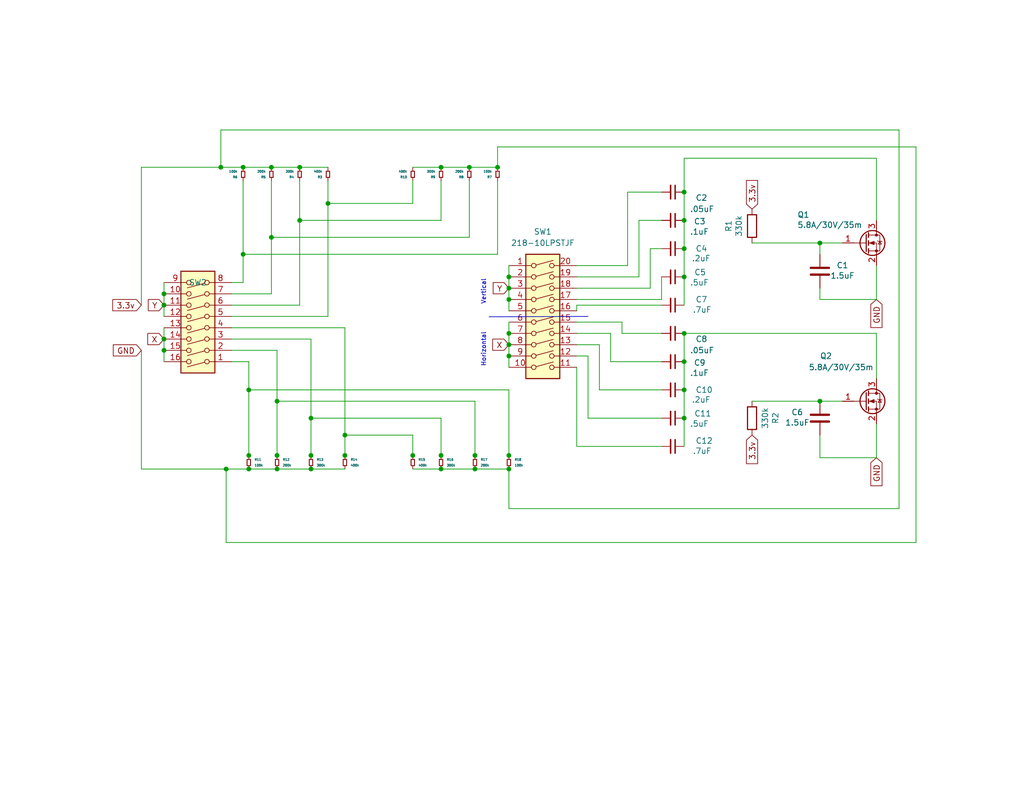
<source format=kicad_sch>
(kicad_sch (version 20230121) (generator eeschema)

  (uuid fa123d7f-5cc0-4c65-aa50-9df6507e695c)

  (paper "User" 229.997 180.01)

  (lib_symbols
    (symbol "Device:C" (pin_numbers hide) (pin_names (offset 0.254)) (in_bom yes) (on_board yes)
      (property "Reference" "C" (at 0.635 2.54 0)
        (effects (font (size 1.27 1.27)) (justify left))
      )
      (property "Value" "C" (at 0.635 -2.54 0)
        (effects (font (size 1.27 1.27)) (justify left))
      )
      (property "Footprint" "" (at 0.9652 -3.81 0)
        (effects (font (size 1.27 1.27)) hide)
      )
      (property "Datasheet" "~" (at 0 0 0)
        (effects (font (size 1.27 1.27)) hide)
      )
      (property "ki_keywords" "cap capacitor" (at 0 0 0)
        (effects (font (size 1.27 1.27)) hide)
      )
      (property "ki_description" "Unpolarized capacitor" (at 0 0 0)
        (effects (font (size 1.27 1.27)) hide)
      )
      (property "ki_fp_filters" "C_*" (at 0 0 0)
        (effects (font (size 1.27 1.27)) hide)
      )
      (symbol "C_0_1"
        (polyline
          (pts
            (xy -2.032 -0.762)
            (xy 2.032 -0.762)
          )
          (stroke (width 0.508) (type default))
          (fill (type none))
        )
        (polyline
          (pts
            (xy -2.032 0.762)
            (xy 2.032 0.762)
          )
          (stroke (width 0.508) (type default))
          (fill (type none))
        )
      )
      (symbol "C_1_1"
        (pin passive line (at 0 3.81 270) (length 2.794)
          (name "~" (effects (font (size 1.27 1.27))))
          (number "1" (effects (font (size 1.27 1.27))))
        )
        (pin passive line (at 0 -3.81 90) (length 2.794)
          (name "~" (effects (font (size 1.27 1.27))))
          (number "2" (effects (font (size 1.27 1.27))))
        )
      )
    )
    (symbol "Device:C_Small" (pin_numbers hide) (pin_names (offset 0.254) hide) (in_bom yes) (on_board yes)
      (property "Reference" "C" (at 0.254 1.778 0)
        (effects (font (size 1.27 1.27)) (justify left))
      )
      (property "Value" "C_Small" (at 0.254 -2.032 0)
        (effects (font (size 1.27 1.27)) (justify left))
      )
      (property "Footprint" "" (at 0 0 0)
        (effects (font (size 1.27 1.27)) hide)
      )
      (property "Datasheet" "~" (at 0 0 0)
        (effects (font (size 1.27 1.27)) hide)
      )
      (property "ki_keywords" "capacitor cap" (at 0 0 0)
        (effects (font (size 1.27 1.27)) hide)
      )
      (property "ki_description" "Unpolarized capacitor, small symbol" (at 0 0 0)
        (effects (font (size 1.27 1.27)) hide)
      )
      (property "ki_fp_filters" "C_*" (at 0 0 0)
        (effects (font (size 1.27 1.27)) hide)
      )
      (symbol "C_Small_0_1"
        (polyline
          (pts
            (xy -1.524 -0.508)
            (xy 1.524 -0.508)
          )
          (stroke (width 0.3302) (type default))
          (fill (type none))
        )
        (polyline
          (pts
            (xy -1.524 0.508)
            (xy 1.524 0.508)
          )
          (stroke (width 0.3048) (type default))
          (fill (type none))
        )
      )
      (symbol "C_Small_1_1"
        (pin passive line (at 0 2.54 270) (length 2.032)
          (name "~" (effects (font (size 1.27 1.27))))
          (number "1" (effects (font (size 1.27 1.27))))
        )
        (pin passive line (at 0 -2.54 90) (length 2.032)
          (name "~" (effects (font (size 1.27 1.27))))
          (number "2" (effects (font (size 1.27 1.27))))
        )
      )
    )
    (symbol "Device:R" (pin_numbers hide) (pin_names (offset 0)) (in_bom yes) (on_board yes)
      (property "Reference" "R" (at 2.032 0 90)
        (effects (font (size 1.27 1.27)))
      )
      (property "Value" "R" (at 0 0 90)
        (effects (font (size 1.27 1.27)))
      )
      (property "Footprint" "" (at -1.778 0 90)
        (effects (font (size 1.27 1.27)) hide)
      )
      (property "Datasheet" "~" (at 0 0 0)
        (effects (font (size 1.27 1.27)) hide)
      )
      (property "ki_keywords" "R res resistor" (at 0 0 0)
        (effects (font (size 1.27 1.27)) hide)
      )
      (property "ki_description" "Resistor" (at 0 0 0)
        (effects (font (size 1.27 1.27)) hide)
      )
      (property "ki_fp_filters" "R_*" (at 0 0 0)
        (effects (font (size 1.27 1.27)) hide)
      )
      (symbol "R_0_1"
        (rectangle (start -1.016 -2.54) (end 1.016 2.54)
          (stroke (width 0.254) (type default))
          (fill (type none))
        )
      )
      (symbol "R_1_1"
        (pin passive line (at 0 3.81 270) (length 1.27)
          (name "~" (effects (font (size 1.27 1.27))))
          (number "1" (effects (font (size 1.27 1.27))))
        )
        (pin passive line (at 0 -3.81 90) (length 1.27)
          (name "~" (effects (font (size 1.27 1.27))))
          (number "2" (effects (font (size 1.27 1.27))))
        )
      )
    )
    (symbol "Switch:SW_DIP_x08" (pin_names (offset 0) hide) (in_bom yes) (on_board yes)
      (property "Reference" "SW" (at 0 13.97 0)
        (effects (font (size 1.27 1.27)))
      )
      (property "Value" "SW_DIP_x08" (at 0 -11.43 0)
        (effects (font (size 1.27 1.27)))
      )
      (property "Footprint" "" (at 0 0 0)
        (effects (font (size 1.27 1.27)) hide)
      )
      (property "Datasheet" "~" (at 0 0 0)
        (effects (font (size 1.27 1.27)) hide)
      )
      (property "ki_keywords" "dip switch" (at 0 0 0)
        (effects (font (size 1.27 1.27)) hide)
      )
      (property "ki_description" "8x DIP Switch, Single Pole Single Throw (SPST) switch, small symbol" (at 0 0 0)
        (effects (font (size 1.27 1.27)) hide)
      )
      (property "ki_fp_filters" "SW?DIP?x8*" (at 0 0 0)
        (effects (font (size 1.27 1.27)) hide)
      )
      (symbol "SW_DIP_x08_0_0"
        (circle (center -2.032 -7.62) (radius 0.508)
          (stroke (width 0) (type default))
          (fill (type none))
        )
        (circle (center -2.032 -5.08) (radius 0.508)
          (stroke (width 0) (type default))
          (fill (type none))
        )
        (circle (center -2.032 -2.54) (radius 0.508)
          (stroke (width 0) (type default))
          (fill (type none))
        )
        (circle (center -2.032 0) (radius 0.508)
          (stroke (width 0) (type default))
          (fill (type none))
        )
        (circle (center -2.032 2.54) (radius 0.508)
          (stroke (width 0) (type default))
          (fill (type none))
        )
        (circle (center -2.032 5.08) (radius 0.508)
          (stroke (width 0) (type default))
          (fill (type none))
        )
        (circle (center -2.032 7.62) (radius 0.508)
          (stroke (width 0) (type default))
          (fill (type none))
        )
        (circle (center -2.032 10.16) (radius 0.508)
          (stroke (width 0) (type default))
          (fill (type none))
        )
        (polyline
          (pts
            (xy -1.524 -7.4676)
            (xy 2.3622 -6.4262)
          )
          (stroke (width 0) (type default))
          (fill (type none))
        )
        (polyline
          (pts
            (xy -1.524 -4.9276)
            (xy 2.3622 -3.8862)
          )
          (stroke (width 0) (type default))
          (fill (type none))
        )
        (polyline
          (pts
            (xy -1.524 -2.3876)
            (xy 2.3622 -1.3462)
          )
          (stroke (width 0) (type default))
          (fill (type none))
        )
        (polyline
          (pts
            (xy -1.524 0.127)
            (xy 2.3622 1.1684)
          )
          (stroke (width 0) (type default))
          (fill (type none))
        )
        (polyline
          (pts
            (xy -1.524 2.667)
            (xy 2.3622 3.7084)
          )
          (stroke (width 0) (type default))
          (fill (type none))
        )
        (polyline
          (pts
            (xy -1.524 5.207)
            (xy 2.3622 6.2484)
          )
          (stroke (width 0) (type default))
          (fill (type none))
        )
        (polyline
          (pts
            (xy -1.524 7.747)
            (xy 2.3622 8.7884)
          )
          (stroke (width 0) (type default))
          (fill (type none))
        )
        (polyline
          (pts
            (xy -1.524 10.287)
            (xy 2.3622 11.3284)
          )
          (stroke (width 0) (type default))
          (fill (type none))
        )
        (circle (center 2.032 -7.62) (radius 0.508)
          (stroke (width 0) (type default))
          (fill (type none))
        )
        (circle (center 2.032 -5.08) (radius 0.508)
          (stroke (width 0) (type default))
          (fill (type none))
        )
        (circle (center 2.032 -2.54) (radius 0.508)
          (stroke (width 0) (type default))
          (fill (type none))
        )
        (circle (center 2.032 0) (radius 0.508)
          (stroke (width 0) (type default))
          (fill (type none))
        )
        (circle (center 2.032 2.54) (radius 0.508)
          (stroke (width 0) (type default))
          (fill (type none))
        )
        (circle (center 2.032 5.08) (radius 0.508)
          (stroke (width 0) (type default))
          (fill (type none))
        )
        (circle (center 2.032 7.62) (radius 0.508)
          (stroke (width 0) (type default))
          (fill (type none))
        )
        (circle (center 2.032 10.16) (radius 0.508)
          (stroke (width 0) (type default))
          (fill (type none))
        )
      )
      (symbol "SW_DIP_x08_0_1"
        (rectangle (start -3.81 12.7) (end 3.81 -10.16)
          (stroke (width 0.254) (type default))
          (fill (type background))
        )
      )
      (symbol "SW_DIP_x08_1_1"
        (pin passive line (at -7.62 10.16 0) (length 5.08)
          (name "~" (effects (font (size 1.27 1.27))))
          (number "1" (effects (font (size 1.27 1.27))))
        )
        (pin passive line (at 7.62 -5.08 180) (length 5.08)
          (name "~" (effects (font (size 1.27 1.27))))
          (number "10" (effects (font (size 1.27 1.27))))
        )
        (pin passive line (at 7.62 -2.54 180) (length 5.08)
          (name "~" (effects (font (size 1.27 1.27))))
          (number "11" (effects (font (size 1.27 1.27))))
        )
        (pin passive line (at 7.62 0 180) (length 5.08)
          (name "~" (effects (font (size 1.27 1.27))))
          (number "12" (effects (font (size 1.27 1.27))))
        )
        (pin passive line (at 7.62 2.54 180) (length 5.08)
          (name "~" (effects (font (size 1.27 1.27))))
          (number "13" (effects (font (size 1.27 1.27))))
        )
        (pin passive line (at 7.62 5.08 180) (length 5.08)
          (name "~" (effects (font (size 1.27 1.27))))
          (number "14" (effects (font (size 1.27 1.27))))
        )
        (pin passive line (at 7.62 7.62 180) (length 5.08)
          (name "~" (effects (font (size 1.27 1.27))))
          (number "15" (effects (font (size 1.27 1.27))))
        )
        (pin passive line (at 7.62 10.16 180) (length 5.08)
          (name "~" (effects (font (size 1.27 1.27))))
          (number "16" (effects (font (size 1.27 1.27))))
        )
        (pin passive line (at -7.62 7.62 0) (length 5.08)
          (name "~" (effects (font (size 1.27 1.27))))
          (number "2" (effects (font (size 1.27 1.27))))
        )
        (pin passive line (at -7.62 5.08 0) (length 5.08)
          (name "~" (effects (font (size 1.27 1.27))))
          (number "3" (effects (font (size 1.27 1.27))))
        )
        (pin passive line (at -7.62 2.54 0) (length 5.08)
          (name "~" (effects (font (size 1.27 1.27))))
          (number "4" (effects (font (size 1.27 1.27))))
        )
        (pin passive line (at -7.62 0 0) (length 5.08)
          (name "~" (effects (font (size 1.27 1.27))))
          (number "5" (effects (font (size 1.27 1.27))))
        )
        (pin passive line (at -7.62 -2.54 0) (length 5.08)
          (name "~" (effects (font (size 1.27 1.27))))
          (number "6" (effects (font (size 1.27 1.27))))
        )
        (pin passive line (at -7.62 -5.08 0) (length 5.08)
          (name "~" (effects (font (size 1.27 1.27))))
          (number "7" (effects (font (size 1.27 1.27))))
        )
        (pin passive line (at -7.62 -7.62 0) (length 5.08)
          (name "~" (effects (font (size 1.27 1.27))))
          (number "8" (effects (font (size 1.27 1.27))))
        )
        (pin passive line (at 7.62 -7.62 180) (length 5.08)
          (name "~" (effects (font (size 1.27 1.27))))
          (number "9" (effects (font (size 1.27 1.27))))
        )
      )
    )
    (symbol "Switch:SW_DIP_x10" (pin_names (offset 0) hide) (in_bom yes) (on_board yes)
      (property "Reference" "SW" (at 0 16.51 0)
        (effects (font (size 1.27 1.27)))
      )
      (property "Value" "SW_DIP_x10" (at 0 -13.97 0)
        (effects (font (size 1.27 1.27)))
      )
      (property "Footprint" "" (at 0 0 0)
        (effects (font (size 1.27 1.27)) hide)
      )
      (property "Datasheet" "~" (at 0 0 0)
        (effects (font (size 1.27 1.27)) hide)
      )
      (property "ki_keywords" "dip switch" (at 0 0 0)
        (effects (font (size 1.27 1.27)) hide)
      )
      (property "ki_description" "10x DIP Switch, Single Pole Single Throw (SPST) switch, small symbol" (at 0 0 0)
        (effects (font (size 1.27 1.27)) hide)
      )
      (property "ki_fp_filters" "SW?DIP?x10*" (at 0 0 0)
        (effects (font (size 1.27 1.27)) hide)
      )
      (symbol "SW_DIP_x10_0_0"
        (circle (center -2.032 -10.16) (radius 0.508)
          (stroke (width 0) (type default))
          (fill (type none))
        )
        (circle (center -2.032 -7.62) (radius 0.508)
          (stroke (width 0) (type default))
          (fill (type none))
        )
        (circle (center -2.032 -5.08) (radius 0.508)
          (stroke (width 0) (type default))
          (fill (type none))
        )
        (circle (center -2.032 -2.54) (radius 0.508)
          (stroke (width 0) (type default))
          (fill (type none))
        )
        (circle (center -2.032 0) (radius 0.508)
          (stroke (width 0) (type default))
          (fill (type none))
        )
        (circle (center -2.032 2.54) (radius 0.508)
          (stroke (width 0) (type default))
          (fill (type none))
        )
        (circle (center -2.032 5.08) (radius 0.508)
          (stroke (width 0) (type default))
          (fill (type none))
        )
        (circle (center -2.032 7.62) (radius 0.508)
          (stroke (width 0) (type default))
          (fill (type none))
        )
        (circle (center -2.032 10.16) (radius 0.508)
          (stroke (width 0) (type default))
          (fill (type none))
        )
        (circle (center -2.032 12.7) (radius 0.508)
          (stroke (width 0) (type default))
          (fill (type none))
        )
        (polyline
          (pts
            (xy -1.524 -10.0076)
            (xy 2.3622 -8.9662)
          )
          (stroke (width 0) (type default))
          (fill (type none))
        )
        (polyline
          (pts
            (xy -1.524 -7.4676)
            (xy 2.3622 -6.4262)
          )
          (stroke (width 0) (type default))
          (fill (type none))
        )
        (polyline
          (pts
            (xy -1.524 -4.9276)
            (xy 2.3622 -3.8862)
          )
          (stroke (width 0) (type default))
          (fill (type none))
        )
        (polyline
          (pts
            (xy -1.524 -2.3876)
            (xy 2.3622 -1.3462)
          )
          (stroke (width 0) (type default))
          (fill (type none))
        )
        (polyline
          (pts
            (xy -1.524 0.127)
            (xy 2.3622 1.1684)
          )
          (stroke (width 0) (type default))
          (fill (type none))
        )
        (polyline
          (pts
            (xy -1.524 2.667)
            (xy 2.3622 3.7084)
          )
          (stroke (width 0) (type default))
          (fill (type none))
        )
        (polyline
          (pts
            (xy -1.524 5.207)
            (xy 2.3622 6.2484)
          )
          (stroke (width 0) (type default))
          (fill (type none))
        )
        (polyline
          (pts
            (xy -1.524 7.747)
            (xy 2.3622 8.7884)
          )
          (stroke (width 0) (type default))
          (fill (type none))
        )
        (polyline
          (pts
            (xy -1.524 10.287)
            (xy 2.3622 11.3284)
          )
          (stroke (width 0) (type default))
          (fill (type none))
        )
        (polyline
          (pts
            (xy -1.524 12.827)
            (xy 2.3622 13.8684)
          )
          (stroke (width 0) (type default))
          (fill (type none))
        )
        (circle (center 2.032 -10.16) (radius 0.508)
          (stroke (width 0) (type default))
          (fill (type none))
        )
        (circle (center 2.032 -7.62) (radius 0.508)
          (stroke (width 0) (type default))
          (fill (type none))
        )
        (circle (center 2.032 -5.08) (radius 0.508)
          (stroke (width 0) (type default))
          (fill (type none))
        )
        (circle (center 2.032 -2.54) (radius 0.508)
          (stroke (width 0) (type default))
          (fill (type none))
        )
        (circle (center 2.032 0) (radius 0.508)
          (stroke (width 0) (type default))
          (fill (type none))
        )
        (circle (center 2.032 2.54) (radius 0.508)
          (stroke (width 0) (type default))
          (fill (type none))
        )
        (circle (center 2.032 5.08) (radius 0.508)
          (stroke (width 0) (type default))
          (fill (type none))
        )
        (circle (center 2.032 7.62) (radius 0.508)
          (stroke (width 0) (type default))
          (fill (type none))
        )
        (circle (center 2.032 10.16) (radius 0.508)
          (stroke (width 0) (type default))
          (fill (type none))
        )
        (circle (center 2.032 12.7) (radius 0.508)
          (stroke (width 0) (type default))
          (fill (type none))
        )
      )
      (symbol "SW_DIP_x10_0_1"
        (rectangle (start -3.81 15.24) (end 3.81 -12.7)
          (stroke (width 0.254) (type default))
          (fill (type background))
        )
      )
      (symbol "SW_DIP_x10_1_1"
        (pin passive line (at -7.62 12.7 0) (length 5.08)
          (name "~" (effects (font (size 1.27 1.27))))
          (number "1" (effects (font (size 1.27 1.27))))
        )
        (pin passive line (at -7.62 -10.16 0) (length 5.08)
          (name "~" (effects (font (size 1.27 1.27))))
          (number "10" (effects (font (size 1.27 1.27))))
        )
        (pin passive line (at 7.62 -10.16 180) (length 5.08)
          (name "~" (effects (font (size 1.27 1.27))))
          (number "11" (effects (font (size 1.27 1.27))))
        )
        (pin passive line (at 7.62 -7.62 180) (length 5.08)
          (name "~" (effects (font (size 1.27 1.27))))
          (number "12" (effects (font (size 1.27 1.27))))
        )
        (pin passive line (at 7.62 -5.08 180) (length 5.08)
          (name "~" (effects (font (size 1.27 1.27))))
          (number "13" (effects (font (size 1.27 1.27))))
        )
        (pin passive line (at 7.62 -2.54 180) (length 5.08)
          (name "~" (effects (font (size 1.27 1.27))))
          (number "14" (effects (font (size 1.27 1.27))))
        )
        (pin passive line (at 7.62 0 180) (length 5.08)
          (name "~" (effects (font (size 1.27 1.27))))
          (number "15" (effects (font (size 1.27 1.27))))
        )
        (pin passive line (at 7.62 2.54 180) (length 5.08)
          (name "~" (effects (font (size 1.27 1.27))))
          (number "16" (effects (font (size 1.27 1.27))))
        )
        (pin passive line (at 7.62 5.08 180) (length 5.08)
          (name "~" (effects (font (size 1.27 1.27))))
          (number "17" (effects (font (size 1.27 1.27))))
        )
        (pin passive line (at 7.62 7.62 180) (length 5.08)
          (name "~" (effects (font (size 1.27 1.27))))
          (number "18" (effects (font (size 1.27 1.27))))
        )
        (pin passive line (at 7.62 10.16 180) (length 5.08)
          (name "~" (effects (font (size 1.27 1.27))))
          (number "19" (effects (font (size 1.27 1.27))))
        )
        (pin passive line (at -7.62 10.16 0) (length 5.08)
          (name "~" (effects (font (size 1.27 1.27))))
          (number "2" (effects (font (size 1.27 1.27))))
        )
        (pin passive line (at 7.62 12.7 180) (length 5.08)
          (name "~" (effects (font (size 1.27 1.27))))
          (number "20" (effects (font (size 1.27 1.27))))
        )
        (pin passive line (at -7.62 7.62 0) (length 5.08)
          (name "~" (effects (font (size 1.27 1.27))))
          (number "3" (effects (font (size 1.27 1.27))))
        )
        (pin passive line (at -7.62 5.08 0) (length 5.08)
          (name "~" (effects (font (size 1.27 1.27))))
          (number "4" (effects (font (size 1.27 1.27))))
        )
        (pin passive line (at -7.62 2.54 0) (length 5.08)
          (name "~" (effects (font (size 1.27 1.27))))
          (number "5" (effects (font (size 1.27 1.27))))
        )
        (pin passive line (at -7.62 0 0) (length 5.08)
          (name "~" (effects (font (size 1.27 1.27))))
          (number "6" (effects (font (size 1.27 1.27))))
        )
        (pin passive line (at -7.62 -2.54 0) (length 5.08)
          (name "~" (effects (font (size 1.27 1.27))))
          (number "7" (effects (font (size 1.27 1.27))))
        )
        (pin passive line (at -7.62 -5.08 0) (length 5.08)
          (name "~" (effects (font (size 1.27 1.27))))
          (number "8" (effects (font (size 1.27 1.27))))
        )
        (pin passive line (at -7.62 -7.62 0) (length 5.08)
          (name "~" (effects (font (size 1.27 1.27))))
          (number "9" (effects (font (size 1.27 1.27))))
        )
      )
    )
    (symbol "Transistor_FET:DMN67D8L" (pin_names hide) (in_bom yes) (on_board yes)
      (property "Reference" "Q" (at 5.08 1.905 0)
        (effects (font (size 1.27 1.27)) (justify left))
      )
      (property "Value" "DMN67D8L" (at 5.08 0 0)
        (effects (font (size 1.27 1.27)) (justify left))
      )
      (property "Footprint" "Package_TO_SOT_SMD:SOT-23" (at 5.08 -1.905 0)
        (effects (font (size 1.27 1.27) italic) (justify left) hide)
      )
      (property "Datasheet" "http://www.diodes.com/assets/Datasheets/DMN67D8L.pdf" (at 0 0 0)
        (effects (font (size 1.27 1.27)) (justify left) hide)
      )
      (property "ki_keywords" "N-Channel MOSFET" (at 0 0 0)
        (effects (font (size 1.27 1.27)) hide)
      )
      (property "ki_description" "0.21A Id, 60V Vds, N-Channel MOSFET, SOT-23" (at 0 0 0)
        (effects (font (size 1.27 1.27)) hide)
      )
      (property "ki_fp_filters" "SOT?23*" (at 0 0 0)
        (effects (font (size 1.27 1.27)) hide)
      )
      (symbol "DMN67D8L_0_1"
        (polyline
          (pts
            (xy 0.254 0)
            (xy -2.54 0)
          )
          (stroke (width 0) (type default))
          (fill (type none))
        )
        (polyline
          (pts
            (xy 0.254 1.905)
            (xy 0.254 -1.905)
          )
          (stroke (width 0.254) (type default))
          (fill (type none))
        )
        (polyline
          (pts
            (xy 0.762 -1.27)
            (xy 0.762 -2.286)
          )
          (stroke (width 0.254) (type default))
          (fill (type none))
        )
        (polyline
          (pts
            (xy 0.762 0.508)
            (xy 0.762 -0.508)
          )
          (stroke (width 0.254) (type default))
          (fill (type none))
        )
        (polyline
          (pts
            (xy 0.762 2.286)
            (xy 0.762 1.27)
          )
          (stroke (width 0.254) (type default))
          (fill (type none))
        )
        (polyline
          (pts
            (xy 2.54 2.54)
            (xy 2.54 1.778)
          )
          (stroke (width 0) (type default))
          (fill (type none))
        )
        (polyline
          (pts
            (xy 2.54 -2.54)
            (xy 2.54 0)
            (xy 0.762 0)
          )
          (stroke (width 0) (type default))
          (fill (type none))
        )
        (polyline
          (pts
            (xy 0.762 -1.778)
            (xy 3.302 -1.778)
            (xy 3.302 1.778)
            (xy 0.762 1.778)
          )
          (stroke (width 0) (type default))
          (fill (type none))
        )
        (polyline
          (pts
            (xy 1.016 0)
            (xy 2.032 0.381)
            (xy 2.032 -0.381)
            (xy 1.016 0)
          )
          (stroke (width 0) (type default))
          (fill (type outline))
        )
        (polyline
          (pts
            (xy 2.794 0.508)
            (xy 2.921 0.381)
            (xy 3.683 0.381)
            (xy 3.81 0.254)
          )
          (stroke (width 0) (type default))
          (fill (type none))
        )
        (polyline
          (pts
            (xy 3.302 0.381)
            (xy 2.921 -0.254)
            (xy 3.683 -0.254)
            (xy 3.302 0.381)
          )
          (stroke (width 0) (type default))
          (fill (type none))
        )
        (circle (center 1.651 0) (radius 2.794)
          (stroke (width 0.254) (type default))
          (fill (type none))
        )
        (circle (center 2.54 -1.778) (radius 0.254)
          (stroke (width 0) (type default))
          (fill (type outline))
        )
        (circle (center 2.54 1.778) (radius 0.254)
          (stroke (width 0) (type default))
          (fill (type outline))
        )
      )
      (symbol "DMN67D8L_1_1"
        (pin input line (at -5.08 0 0) (length 2.54)
          (name "G" (effects (font (size 1.27 1.27))))
          (number "1" (effects (font (size 1.27 1.27))))
        )
        (pin passive line (at 2.54 -5.08 90) (length 2.54)
          (name "S" (effects (font (size 1.27 1.27))))
          (number "2" (effects (font (size 1.27 1.27))))
        )
        (pin passive line (at 2.54 5.08 270) (length 2.54)
          (name "D" (effects (font (size 1.27 1.27))))
          (number "3" (effects (font (size 1.27 1.27))))
        )
      )
    )
    (symbol "r_xs:R_XS" (pin_numbers hide) (pin_names (offset 0.254) hide) (in_bom yes) (on_board yes)
      (property "Reference" "R?" (at 0.635 -0.762 0)
        (effects (font (size 0.5 0.5)) (justify left))
      )
      (property "Value" "R_XS" (at 0.635 -1.524 0)
        (effects (font (size 0.5 0.5)) (justify left))
      )
      (property "Footprint" "" (at 0 0 0)
        (effects (font (size 1.27 1.27)) hide)
      )
      (property "Datasheet" "~" (at -0.0069 -1.0934 0)
        (effects (font (size 0.5 0.5)) hide)
      )
      (property "ki_keywords" "R resistor" (at 0 0 0)
        (effects (font (size 1.27 1.27)) hide)
      )
      (property "ki_description" "Resistor, small symbol" (at 0 0 0)
        (effects (font (size 1.27 1.27)) hide)
      )
      (property "ki_fp_filters" "R_*" (at 0 0 0)
        (effects (font (size 1.27 1.27)) hide)
      )
      (symbol "R_XS_0_1"
        (rectangle (start -0.381 -0.381) (end 0.381 -1.778)
          (stroke (width 0.2032) (type default))
          (fill (type none))
        )
      )
      (symbol "R_XS_1_1"
        (pin passive line (at 0 0.508 270) (length 0.762)
          (name "~" (effects (font (size 0.5 0.5))))
          (number "1" (effects (font (size 0.5 0.5))))
        )
        (pin passive line (at 0 -2.54 90) (length 0.762)
          (name "~" (effects (font (size 0.5 0.5))))
          (number "2" (effects (font (size 0.5 0.5))))
        )
      )
    )
  )

  (junction (at 36.83 68.58) (diameter 0) (color 0 0 0 0)
    (uuid 03fb8246-ebe5-4b2e-9d98-7863088a57dc)
  )
  (junction (at 60.96 53.34) (diameter 0) (color 0 0 0 0)
    (uuid 0ac76e9b-70f8-4312-bcd6-a1b403b7453b)
  )
  (junction (at 114.3 105.41) (diameter 0) (color 0 0 0 0)
    (uuid 140b8588-80cb-4ab2-b0d1-489d1ab60d77)
  )
  (junction (at 114.3 62.23) (diameter 0) (color 0 0 0 0)
    (uuid 1bcf7daa-f662-412b-b407-fce758e8a6a3)
  )
  (junction (at 77.47 97.79) (diameter 0) (color 0 0 0 0)
    (uuid 235fb726-0760-4055-a5a8-363b6e186c01)
  )
  (junction (at 99.06 105.41) (diameter 0) (color 0 0 0 0)
    (uuid 242f8241-4d3a-4af0-b521-915770d07820)
  )
  (junction (at 67.31 49.53) (diameter 0) (color 0 0 0 0)
    (uuid 25434003-ee2e-4b74-8492-6270e521c17d)
  )
  (junction (at 153.67 62.23) (diameter 0) (color 0 0 0 0)
    (uuid 2bbd3289-b119-4efa-a496-0f55065b72ae)
  )
  (junction (at 69.85 93.98) (diameter 0) (color 0 0 0 0)
    (uuid 2fb96e13-b02d-47e4-8daf-b7dbc22904b8)
  )
  (junction (at 49.6 37.592) (diameter 0) (color 0 0 0 0)
    (uuid 340093c5-84f2-4e7e-af22-1908b104d24d)
  )
  (junction (at 99.06 37.592) (diameter 0) (color 0 0 0 0)
    (uuid 37fb5e65-2b7e-43f4-a69f-794fea136519)
  )
  (junction (at 153.67 87.63) (diameter 0) (color 0 0 0 0)
    (uuid 3b01f32b-c64a-4ee2-8327-601014375dc2)
  )
  (junction (at 105.41 37.592) (diameter 0) (color 0 0 0 0)
    (uuid 3fd68cd6-ede8-48f8-b96f-b3c4371fa192)
  )
  (junction (at 69.85 105.41) (diameter 0) (color 0 0 0 0)
    (uuid 44a0f65f-a10e-404b-a29f-1e9dfe7a6be4)
  )
  (junction (at 36.83 78.74) (diameter 0) (color 0 0 0 0)
    (uuid 44c3581f-1851-4998-bf10-ddfa0daef434)
  )
  (junction (at 153.67 43.18) (diameter 0) (color 0 0 0 0)
    (uuid 54503b24-6176-4039-a70d-9efecd35ce25)
  )
  (junction (at 55.88 102.362) (diameter 0) (color 0 0 0 0)
    (uuid 629a355f-24d9-45cd-ae35-6094bb3183df)
  )
  (junction (at 50.8 105.41) (diameter 0) (color 0 0 0 0)
    (uuid 6f7644a0-c19e-47c0-bfdb-cb95c5bfe6ed)
  )
  (junction (at 36.83 66.04) (diameter 0) (color 0 0 0 0)
    (uuid 776585b9-3743-4416-9b28-628bac1a985d)
  )
  (junction (at 69.85 102.362) (diameter 0) (color 0 0 0 0)
    (uuid 7a979b3d-05b7-424a-884e-407b3b695b77)
  )
  (junction (at 114.3 64.77) (diameter 0) (color 0 0 0 0)
    (uuid 7cd7405e-870c-4504-89cf-39e2e2f3c1b8)
  )
  (junction (at 153.67 74.93) (diameter 0) (color 0 0 0 0)
    (uuid 7ed43325-24ab-447b-b58c-9450cb7ea933)
  )
  (junction (at 153.67 93.98) (diameter 0) (color 0 0 0 0)
    (uuid 817f7950-e552-4bf1-ae99-e29ad71d0acf)
  )
  (junction (at 184.15 90.17) (diameter 0) (color 0 0 0 0)
    (uuid 8b582c58-0953-49f5-9953-f7ca2f406ff6)
  )
  (junction (at 62.23 105.41) (diameter 0) (color 0 0 0 0)
    (uuid 8bccf47d-191a-4895-8377-79bf804cde49)
  )
  (junction (at 67.31 37.592) (diameter 0) (color 0 0 0 0)
    (uuid 9484e69a-2f92-4394-b533-fe7f28ffe89c)
  )
  (junction (at 60.96 37.592) (diameter 0) (color 0 0 0 0)
    (uuid 958534c0-5234-4f99-9f80-64fb940a316a)
  )
  (junction (at 114.3 67.31) (diameter 0) (color 0 0 0 0)
    (uuid 962e791c-9c34-4c80-bc77-24c99fa0f193)
  )
  (junction (at 153.67 81.28) (diameter 0) (color 0 0 0 0)
    (uuid 96da5b45-c1b4-4be5-ae1c-95d9aa948504)
  )
  (junction (at 54.61 57.15) (diameter 0) (color 0 0 0 0)
    (uuid 977c93f7-19d0-4079-b67d-d5474421ef60)
  )
  (junction (at 153.67 55.88) (diameter 0) (color 0 0 0 0)
    (uuid a02d35c1-b8ff-4e2e-acc8-91c2fe5e87b1)
  )
  (junction (at 55.88 105.41) (diameter 0) (color 0 0 0 0)
    (uuid a9d646f0-533d-4c14-b688-e5dc83b52e6a)
  )
  (junction (at 73.66 45.72) (diameter 0) (color 0 0 0 0)
    (uuid b37c9f91-d25c-4960-8f3d-909cbd389d89)
  )
  (junction (at 106.68 105.41) (diameter 0) (color 0 0 0 0)
    (uuid b51bdf25-4fd7-4d6c-a7c1-8b1e62c33468)
  )
  (junction (at 92.71 102.362) (diameter 0) (color 0 0 0 0)
    (uuid b7a57d31-55f7-485a-a031-f9267175c922)
  )
  (junction (at 114.3 74.93) (diameter 0) (color 0 0 0 0)
    (uuid b936fbf6-63e3-43fb-b4b4-57540beec5e5)
  )
  (junction (at 114.3 77.47) (diameter 0) (color 0 0 0 0)
    (uuid bbe2e418-a673-4808-b377-271a07dfb617)
  )
  (junction (at 99.06 102.362) (diameter 0) (color 0 0 0 0)
    (uuid c2fc7131-e13a-4b58-8f82-26681078774e)
  )
  (junction (at 62.23 102.362) (diameter 0) (color 0 0 0 0)
    (uuid c367ddbb-7be0-43b6-8b7a-1d955397c1c2)
  )
  (junction (at 77.47 102.362) (diameter 0) (color 0 0 0 0)
    (uuid c5e738b8-caa9-4633-864a-8c480cef9db9)
  )
  (junction (at 184.15 54.61) (diameter 0) (color 0 0 0 0)
    (uuid ca226771-4464-4cd7-a22c-63d5f3d4c123)
  )
  (junction (at 114.3 102.362) (diameter 0) (color 0 0 0 0)
    (uuid cac337b5-107c-40cb-b845-1230b4d3868e)
  )
  (junction (at 106.68 102.362) (diameter 0) (color 0 0 0 0)
    (uuid d22d2267-a382-42dd-8c81-154dbbef7a5f)
  )
  (junction (at 55.88 87.63) (diameter 0) (color 0 0 0 0)
    (uuid d249c5c6-fcbe-4407-b38a-852597b87700)
  )
  (junction (at 114.3 80.01) (diameter 0) (color 0 0 0 0)
    (uuid d4800b84-a2e7-4346-af59-d1c63714760b)
  )
  (junction (at 54.61 37.592) (diameter 0) (color 0 0 0 0)
    (uuid dc440129-33bd-4279-9d50-8f7bf6e5d8fb)
  )
  (junction (at 153.67 49.53) (diameter 0) (color 0 0 0 0)
    (uuid f1db5e6f-1313-4255-80cb-0c9cb0acc3c7)
  )
  (junction (at 36.83 76.2) (diameter 0) (color 0 0 0 0)
    (uuid f2555141-e1d5-4834-8f2f-6760d394710d)
  )
  (junction (at 62.23 90.17) (diameter 0) (color 0 0 0 0)
    (uuid fd8c5c85-90a4-49f8-a5e9-e3f7574ca5d3)
  )
  (junction (at 111.76 37.592) (diameter 0) (color 0 0 0 0)
    (uuid fdc4050b-5fd5-48f8-ad0c-f8e2fcf295bd)
  )

  (wire (pts (xy 140.97 59.69) (xy 140.97 43.18))
    (stroke (width 0) (type default))
    (uuid 0016aa63-fb0a-4ca1-8758-2aec1447d4f6)
  )
  (wire (pts (xy 67.31 68.58) (xy 52.07 68.58))
    (stroke (width 0) (type default))
    (uuid 00eab869-7ae3-4a7c-a996-deb4f8cb6ba3)
  )
  (wire (pts (xy 143.51 49.53) (xy 148.59 49.53))
    (stroke (width 0) (type default))
    (uuid 0319a31f-d73e-4184-a752-7ae6c4605fe9)
  )
  (wire (pts (xy 106.68 90.17) (xy 106.68 102.362))
    (stroke (width 0) (type default))
    (uuid 04e34059-fe05-45fd-a578-e2f4142d9779)
  )
  (wire (pts (xy 99.06 37.592) (xy 105.41 37.592))
    (stroke (width 0) (type default))
    (uuid 0503e406-ca9c-4fd6-9bbe-ba6eaba90e93)
  )
  (wire (pts (xy 69.85 102.87) (xy 69.85 102.362))
    (stroke (width 0) (type default))
    (uuid 0564b1a5-4ee1-47fd-9dc3-f61232dc61bf)
  )
  (wire (pts (xy 205.74 33.02) (xy 205.74 121.92))
    (stroke (width 0) (type default))
    (uuid 0633f589-08b5-4404-8db7-fd85f6806f32)
  )
  (wire (pts (xy 153.67 35.56) (xy 153.67 43.18))
    (stroke (width 0) (type default))
    (uuid 076c1bd9-e3ff-455b-ab3a-78171b972c46)
  )
  (wire (pts (xy 92.71 37.592) (xy 99.06 37.592))
    (stroke (width 0) (type default))
    (uuid 08b3185c-904a-471f-85fe-e4808721e3f5)
  )
  (wire (pts (xy 31.75 68.58) (xy 31.75 37.592))
    (stroke (width 0) (type default))
    (uuid 0af2da8d-e8d1-426b-9363-0a85f1b38b36)
  )
  (wire (pts (xy 105.41 40.64) (xy 105.41 53.34))
    (stroke (width 0) (type default))
    (uuid 0e65faa1-0e68-4680-8e5c-e115ae5216a8)
  )
  (wire (pts (xy 60.96 66.04) (xy 52.07 66.04))
    (stroke (width 0) (type default))
    (uuid 10d73f75-82e2-4279-9851-f151598f7eec)
  )
  (wire (pts (xy 148.59 87.63) (xy 134.62 87.63))
    (stroke (width 0) (type default))
    (uuid 12342bac-f960-44ca-9851-3983e1e11662)
  )
  (wire (pts (xy 148.59 67.31) (xy 148.59 62.23))
    (stroke (width 0) (type default))
    (uuid 13a2e2f8-7a0e-46e8-955b-99c1e1a7b1a7)
  )
  (wire (pts (xy 55.88 81.28) (xy 55.88 87.63))
    (stroke (width 0) (type default))
    (uuid 1431c704-6f6d-4070-bb99-38b2533872db)
  )
  (wire (pts (xy 106.68 102.87) (xy 106.68 102.362))
    (stroke (width 0) (type default))
    (uuid 1a36e2bc-2e4b-429a-9544-0d1d77cc483f)
  )
  (wire (pts (xy 50.8 105.41) (xy 55.88 105.41))
    (stroke (width 0) (type default))
    (uuid 1b357bb9-4d51-44d3-9d32-ac7cfc868541)
  )
  (wire (pts (xy 168.91 90.17) (xy 184.15 90.17))
    (stroke (width 0) (type default))
    (uuid 1c48f3f7-3b52-4c31-b002-4ba081c9deba)
  )
  (wire (pts (xy 31.75 105.41) (xy 31.75 78.74))
    (stroke (width 0) (type default))
    (uuid 1d1fc0ad-2d92-4799-8d0a-820db5dbed94)
  )
  (wire (pts (xy 60.96 53.34) (xy 60.96 66.04))
    (stroke (width 0) (type default))
    (uuid 1e375e75-af7e-4877-bd72-522084d03dfc)
  )
  (wire (pts (xy 196.85 74.93) (xy 196.85 85.09))
    (stroke (width 0) (type default))
    (uuid 2359c642-1d30-4e00-bd35-d137a1b59ad1)
  )
  (wire (pts (xy 92.71 105.41) (xy 99.06 105.41))
    (stroke (width 0) (type default))
    (uuid 23999eb9-e508-4763-ae68-4ada5da8844c)
  )
  (wire (pts (xy 99.06 40.64) (xy 99.06 49.53))
    (stroke (width 0) (type default))
    (uuid 23ed43b1-9740-4c6d-9e2a-d7bf68fe39da)
  )
  (wire (pts (xy 205.74 33.02) (xy 111.76 33.02))
    (stroke (width 0) (type default))
    (uuid 266c6ea4-4fba-4320-9976-329ae309c29c)
  )
  (wire (pts (xy 69.85 93.98) (xy 69.85 102.362))
    (stroke (width 0) (type default))
    (uuid 27e716da-1e03-42ab-aa33-eec267340253)
  )
  (wire (pts (xy 153.67 43.18) (xy 153.67 49.53))
    (stroke (width 0) (type default))
    (uuid 2dad7e26-cac8-4564-9c97-7c78132947a6)
  )
  (wire (pts (xy 49.6 37.592) (xy 49.6 29.21))
    (stroke (width 0) (type default))
    (uuid 306f77e4-7c2a-4a65-8744-3b030fbc309d)
  )
  (wire (pts (xy 153.67 74.93) (xy 196.85 74.93))
    (stroke (width 0) (type default))
    (uuid 36064170-09b9-41a0-b7d8-c5ad140842b0)
  )
  (wire (pts (xy 92.71 40.64) (xy 92.71 45.72))
    (stroke (width 0) (type default))
    (uuid 364131d5-2591-4110-810f-d1b8944f16ac)
  )
  (wire (pts (xy 31.75 37.592) (xy 49.6 37.592))
    (stroke (width 0) (type default))
    (uuid 385b3f42-b517-4eae-8bca-e7b1184e4197)
  )
  (wire (pts (xy 114.3 80.01) (xy 114.3 82.55))
    (stroke (width 0) (type default))
    (uuid 389a440e-c4a3-4ce3-b134-d2eb1d9fdfef)
  )
  (wire (pts (xy 106.68 105.41) (xy 114.3 105.41))
    (stroke (width 0) (type default))
    (uuid 38f4eab2-963e-46b8-be86-c6819a114eaf)
  )
  (wire (pts (xy 134.62 77.47) (xy 129.54 77.47))
    (stroke (width 0) (type default))
    (uuid 3ddc68fd-1a31-47d0-9071-135c7a89a4a7)
  )
  (wire (pts (xy 67.31 49.53) (xy 67.31 68.58))
    (stroke (width 0) (type default))
    (uuid 3e532ea7-c85b-42f3-b728-b49c76578a72)
  )
  (wire (pts (xy 99.06 93.98) (xy 99.06 102.362))
    (stroke (width 0) (type default))
    (uuid 425d3c5e-ac54-47eb-a3ea-953c658854ea)
  )
  (wire (pts (xy 184.15 102.87) (xy 196.85 102.87))
    (stroke (width 0) (type default))
    (uuid 45ba3c7f-9c8d-492f-a851-69eb0ad6226f)
  )
  (wire (pts (xy 36.83 63.5) (xy 36.83 66.04))
    (stroke (width 0) (type default))
    (uuid 474b374c-7a18-4b78-9e4a-3a68f2096d88)
  )
  (wire (pts (xy 69.85 76.2) (xy 69.85 93.98))
    (stroke (width 0) (type default))
    (uuid 48810196-b7ee-46a5-a318-d4734eb243c0)
  )
  (wire (pts (xy 184.15 67.31) (xy 196.85 67.31))
    (stroke (width 0) (type default))
    (uuid 4a466a65-0abc-45c7-bbab-711b97e6811a)
  )
  (wire (pts (xy 184.15 54.61) (xy 184.15 57.15))
    (stroke (width 0) (type default))
    (uuid 4aad2bf9-6dc3-4480-ad4c-13c020c57b1f)
  )
  (wire (pts (xy 92.71 97.79) (xy 77.47 97.79))
    (stroke (width 0) (type default))
    (uuid 4c27a3e6-19cf-49c2-9bda-addb999df782)
  )
  (wire (pts (xy 55.88 105.41) (xy 62.23 105.41))
    (stroke (width 0) (type default))
    (uuid 4d65ba7f-d2f5-4585-b613-a57df01bc775)
  )
  (wire (pts (xy 132.08 93.98) (xy 132.08 80.01))
    (stroke (width 0) (type default))
    (uuid 4df3713f-bf39-4941-b000-cd772deaaccf)
  )
  (wire (pts (xy 36.83 78.74) (xy 36.83 81.28))
    (stroke (width 0) (type default))
    (uuid 4f60c929-2470-488a-bbe5-dc3fb2ad79ea)
  )
  (wire (pts (xy 114.3 87.63) (xy 55.88 87.63))
    (stroke (width 0) (type default))
    (uuid 4f7ee6c9-4c95-41cf-8a12-a5b3913ae57c)
  )
  (polyline (pts (xy 109.8596 71.1891) (xy 132.08 71.12))
    (stroke (width 0) (type default))
    (uuid 534d17c2-208b-4184-8490-7297e443cc20)
  )

  (wire (pts (xy 36.83 68.58) (xy 36.83 71.12))
    (stroke (width 0) (type default))
    (uuid 5407a0a0-4fd3-4055-8da5-715c20b4aa05)
  )
  (wire (pts (xy 129.54 67.31) (xy 148.59 67.31))
    (stroke (width 0) (type default))
    (uuid 54bf5ed4-6b08-4869-928d-36348a360d91)
  )
  (wire (pts (xy 153.67 74.93) (xy 153.67 81.28))
    (stroke (width 0) (type default))
    (uuid 5a3527b5-d189-45c2-96bf-51d5650eb316)
  )
  (wire (pts (xy 92.71 97.79) (xy 92.71 102.362))
    (stroke (width 0) (type default))
    (uuid 5ba7748d-f08b-468e-ad8e-0f7b4ccc58b7)
  )
  (wire (pts (xy 52.07 76.2) (xy 69.85 76.2))
    (stroke (width 0) (type default))
    (uuid 5d42ddd0-77ba-4169-b0af-fbcab5d59fe3)
  )
  (wire (pts (xy 139.7 72.39) (xy 129.54 72.39))
    (stroke (width 0) (type default))
    (uuid 5e784166-99ca-4092-8a85-75e50c1528a3)
  )
  (wire (pts (xy 54.61 40.64) (xy 54.61 57.15))
    (stroke (width 0) (type default))
    (uuid 5ef5ffdd-074a-4ccb-93e9-9d63bf594a67)
  )
  (wire (pts (xy 67.31 40.64) (xy 67.31 49.53))
    (stroke (width 0) (type default))
    (uuid 611a60b1-d50e-49e4-8dd1-bee907630b7a)
  )
  (wire (pts (xy 99.06 105.41) (xy 106.68 105.41))
    (stroke (width 0) (type default))
    (uuid 61c75315-6554-46c2-807d-dd2984955f10)
  )
  (wire (pts (xy 54.61 37.592) (xy 60.96 37.592))
    (stroke (width 0) (type default))
    (uuid 62b3b87d-1406-4f50-90c8-6ba3201f821b)
  )
  (wire (pts (xy 73.66 45.72) (xy 73.66 71.12))
    (stroke (width 0) (type default))
    (uuid 64746cd4-69d9-41fe-ae02-69ba357dc924)
  )
  (wire (pts (xy 153.67 93.98) (xy 153.67 100.33))
    (stroke (width 0) (type default))
    (uuid 64b71d9d-a6e7-47b3-9f92-21bd2e6cffcc)
  )
  (wire (pts (xy 54.61 57.15) (xy 54.61 63.5))
    (stroke (width 0) (type default))
    (uuid 64efbeb1-9eb4-492b-b725-da1775a7c710)
  )
  (wire (pts (xy 148.59 81.28) (xy 137.16 81.28))
    (stroke (width 0) (type default))
    (uuid 662141cf-5fa9-4e56-a39d-b3a624a00fff)
  )
  (wire (pts (xy 99.06 93.98) (xy 69.85 93.98))
    (stroke (width 0) (type default))
    (uuid 66b02b35-0a59-45b0-baaa-d1717b509537)
  )
  (wire (pts (xy 77.47 97.79) (xy 77.47 102.362))
    (stroke (width 0) (type default))
    (uuid 69f8593d-0bb3-485b-a6a2-8db3f0865b6a)
  )
  (wire (pts (xy 92.71 102.362) (xy 92.71 102.87))
    (stroke (width 0) (type default))
    (uuid 6ae83f57-53ab-44d5-8cd4-58d765e3b597)
  )
  (wire (pts (xy 129.54 68.58) (xy 129.54 69.85))
    (stroke (width 0) (type default))
    (uuid 6caffbdc-274a-43aa-890c-82b4fa82a39b)
  )
  (wire (pts (xy 114.3 87.63) (xy 114.3 102.362))
    (stroke (width 0) (type default))
    (uuid 733a118f-211e-4ba2-8402-28e8a744c0ee)
  )
  (wire (pts (xy 60.96 37.592) (xy 67.31 37.592))
    (stroke (width 0) (type default))
    (uuid 76aab927-8d9d-48b4-b50e-ff2f92cc1e4e)
  )
  (wire (pts (xy 99.06 49.53) (xy 67.31 49.53))
    (stroke (width 0) (type default))
    (uuid 791e592c-351a-4647-9312-d27bb1810f8b)
  )
  (wire (pts (xy 148.59 74.93) (xy 139.7 74.93))
    (stroke (width 0) (type default))
    (uuid 7c281fbc-3243-4d21-be97-e77d63ab6811)
  )
  (wire (pts (xy 73.66 71.12) (xy 52.07 71.12))
    (stroke (width 0) (type default))
    (uuid 7e40cdad-cd86-45aa-956e-8c3a4ab0c68b)
  )
  (wire (pts (xy 114.3 77.47) (xy 114.3 80.01))
    (stroke (width 0) (type default))
    (uuid 83249122-758d-4473-9480-2ff8e4cbc75c)
  )
  (wire (pts (xy 129.54 62.23) (xy 143.51 62.23))
    (stroke (width 0) (type default))
    (uuid 8664d463-f333-419a-a178-a3150fda8d08)
  )
  (wire (pts (xy 55.88 102.362) (xy 55.88 102.87))
    (stroke (width 0) (type default))
    (uuid 871a61d6-cda3-4383-9c64-6669807115aa)
  )
  (wire (pts (xy 77.47 102.362) (xy 77.47 102.87))
    (stroke (width 0) (type default))
    (uuid 89760268-9652-41e8-8e97-76ca1c4602f5)
  )
  (wire (pts (xy 132.08 80.01) (xy 129.54 80.01))
    (stroke (width 0) (type default))
    (uuid 8a3107d9-b0cb-4df4-a5a8-1ef80c195a6a)
  )
  (wire (pts (xy 49.6 37.592) (xy 54.61 37.592))
    (stroke (width 0) (type default))
    (uuid 8c6a18fa-4af6-43ed-8260-6192c38e1cf8)
  )
  (wire (pts (xy 153.67 62.23) (xy 153.67 68.58))
    (stroke (width 0) (type default))
    (uuid 8db0373a-0180-4ab2-9b2f-2b0038b7eb8c)
  )
  (wire (pts (xy 67.31 37.592) (xy 73.66 37.592))
    (stroke (width 0) (type default))
    (uuid 8eb6ea1f-d5b3-47bf-acdb-3182d5810c75)
  )
  (wire (pts (xy 114.3 67.31) (xy 114.3 69.85))
    (stroke (width 0) (type default))
    (uuid 9086c386-756b-43ec-a73f-df8feb5aeb39)
  )
  (wire (pts (xy 153.67 81.28) (xy 153.67 87.63))
    (stroke (width 0) (type default))
    (uuid 95a7c7a0-4642-4ca5-b500-c72a3f58e3f1)
  )
  (wire (pts (xy 137.16 74.93) (xy 129.54 74.93))
    (stroke (width 0) (type default))
    (uuid 96934554-177a-4a70-95e9-434afc802816)
  )
  (wire (pts (xy 196.85 35.56) (xy 196.85 49.53))
    (stroke (width 0) (type default))
    (uuid 9712018c-1676-458f-bcc7-f40039f4f6df)
  )
  (wire (pts (xy 69.85 105.41) (xy 77.47 105.41))
    (stroke (width 0) (type default))
    (uuid 974ea978-b7cd-401c-9470-cbd93c6d8fbd)
  )
  (wire (pts (xy 49.6 29.21) (xy 201.93 29.21))
    (stroke (width 0) (type default))
    (uuid 99d97809-6527-41f6-b394-9a99a6a17db9)
  )
  (wire (pts (xy 114.3 102.362) (xy 114.3 102.87))
    (stroke (width 0) (type default))
    (uuid 9cbf3b7b-8fa5-4df4-aa80-8b3c39678892)
  )
  (wire (pts (xy 148.59 93.98) (xy 132.08 93.98))
    (stroke (width 0) (type default))
    (uuid 9ebc5520-3494-448f-9284-34ca078ad86c)
  )
  (wire (pts (xy 146.05 64.77) (xy 146.05 55.88))
    (stroke (width 0) (type default))
    (uuid 9ff433a7-7741-4cd9-bcf8-697945dde104)
  )
  (wire (pts (xy 153.67 55.88) (xy 153.67 62.23))
    (stroke (width 0) (type default))
    (uuid a2ac1b68-f5fa-4316-9519-00c709f5c3c4)
  )
  (wire (pts (xy 73.66 40.64) (xy 73.66 45.72))
    (stroke (width 0) (type default))
    (uuid a5e3d164-96f4-46bf-96f1-75e811d64cff)
  )
  (wire (pts (xy 148.59 100.33) (xy 129.54 100.33))
    (stroke (width 0) (type default))
    (uuid a63988c1-42ac-414b-aee3-df4cd090dc34)
  )
  (wire (pts (xy 139.7 74.93) (xy 139.7 72.39))
    (stroke (width 0) (type default))
    (uuid a8719bf3-74f9-4d22-83af-b35f244df341)
  )
  (wire (pts (xy 106.68 90.17) (xy 62.23 90.17))
    (stroke (width 0) (type default))
    (uuid a87fea7e-9e38-4780-9651-4648f083ab63)
  )
  (wire (pts (xy 114.3 105.41) (xy 114.3 114.3))
    (stroke (width 0) (type default))
    (uuid a98f5c3f-e8b9-4959-89db-7757a0d2eed7)
  )
  (wire (pts (xy 111.76 33.02) (xy 111.76 37.592))
    (stroke (width 0) (type default))
    (uuid ab1fc74a-0827-4e62-b909-271ae8f90f5c)
  )
  (wire (pts (xy 153.67 87.63) (xy 153.67 93.98))
    (stroke (width 0) (type default))
    (uuid ab8c19c0-7a36-48a4-b9ce-4823a5162f7a)
  )
  (wire (pts (xy 148.59 68.58) (xy 129.54 68.58))
    (stroke (width 0) (type default))
    (uuid ac5cc52b-2483-4abb-8ca5-272a49abeade)
  )
  (wire (pts (xy 201.93 114.3) (xy 201.93 29.21))
    (stroke (width 0) (type default))
    (uuid aef8065e-6d1f-49b3-b3b7-291977e6d79d)
  )
  (wire (pts (xy 55.88 87.63) (xy 55.88 102.362))
    (stroke (width 0) (type default))
    (uuid b07c745e-22d3-476d-a6dc-efcb38148071)
  )
  (wire (pts (xy 184.15 97.79) (xy 184.15 102.87))
    (stroke (width 0) (type default))
    (uuid b0d3afa1-a881-48d1-9566-3fc450d1ef22)
  )
  (wire (pts (xy 77.47 73.66) (xy 77.47 97.79))
    (stroke (width 0) (type default))
    (uuid b2b9a653-2de2-4929-b565-b56d068226ac)
  )
  (wire (pts (xy 114.3 72.39) (xy 114.3 74.93))
    (stroke (width 0) (type default))
    (uuid b3920371-df3b-4783-bdf8-d37077ae6067)
  )
  (wire (pts (xy 60.96 40.64) (xy 60.96 53.34))
    (stroke (width 0) (type default))
    (uuid b471e892-2849-42f7-be48-330e61268472)
  )
  (wire (pts (xy 129.54 64.77) (xy 146.05 64.77))
    (stroke (width 0) (type default))
    (uuid b6c3e175-4d94-4bf0-8778-540a37f8238f)
  )
  (wire (pts (xy 31.75 105.41) (xy 50.8 105.41))
    (stroke (width 0) (type default))
    (uuid b7a99d4f-644d-4557-ad18-36b1283e2823)
  )
  (wire (pts (xy 36.83 73.66) (xy 36.83 76.2))
    (stroke (width 0) (type default))
    (uuid b9089fc4-14d4-4c9d-a380-09fa07f5f376)
  )
  (wire (pts (xy 143.51 62.23) (xy 143.51 49.53))
    (stroke (width 0) (type default))
    (uuid ba1e7f8f-7c2e-436d-82ba-4e28b5520497)
  )
  (wire (pts (xy 62.23 90.17) (xy 62.23 102.362))
    (stroke (width 0) (type default))
    (uuid ba9cc17a-f427-44ed-a964-f5461c7021aa)
  )
  (wire (pts (xy 111.76 57.15) (xy 54.61 57.15))
    (stroke (width 0) (type default))
    (uuid bb89e977-656e-4ea8-94e1-09f4e315c209)
  )
  (wire (pts (xy 105.41 37.592) (xy 111.76 37.592))
    (stroke (width 0) (type default))
    (uuid c28c9c7e-aa76-4c15-a8e6-d21613323d67)
  )
  (wire (pts (xy 114.3 59.69) (xy 114.3 62.23))
    (stroke (width 0) (type default))
    (uuid c7b1f5ab-f7a7-4fb3-a8e3-68e7b86f845f)
  )
  (wire (pts (xy 36.83 66.04) (xy 36.83 68.58))
    (stroke (width 0) (type default))
    (uuid c998fd58-16e7-4948-b3c0-57f165f0eea7)
  )
  (wire (pts (xy 50.8 121.92) (xy 205.74 121.92))
    (stroke (width 0) (type default))
    (uuid c99a110c-6823-430d-8f72-5eb744ffa110)
  )
  (wire (pts (xy 111.76 40.64) (xy 111.76 57.15))
    (stroke (width 0) (type default))
    (uuid c9f514ec-8ad5-4537-a205-6738c187666a)
  )
  (wire (pts (xy 62.23 102.87) (xy 62.23 102.362))
    (stroke (width 0) (type default))
    (uuid cb97d467-5261-4be0-a0d6-0172e0375bac)
  )
  (wire (pts (xy 196.85 95.25) (xy 196.85 102.87))
    (stroke (width 0) (type default))
    (uuid cc00317d-cd5b-4ef0-97bb-29ce4f3bcfd2)
  )
  (wire (pts (xy 140.97 43.18) (xy 148.59 43.18))
    (stroke (width 0) (type default))
    (uuid cc669550-90b6-4ca6-8257-aeed0bdc5970)
  )
  (wire (pts (xy 55.88 81.28) (xy 52.07 81.28))
    (stroke (width 0) (type default))
    (uuid ccf79640-b045-433d-bc22-8b873b4755a0)
  )
  (wire (pts (xy 114.3 74.93) (xy 114.3 77.47))
    (stroke (width 0) (type default))
    (uuid cd639cb2-5d0a-4222-98d6-d4f9a7bc03a9)
  )
  (wire (pts (xy 52.07 73.66) (xy 77.47 73.66))
    (stroke (width 0) (type default))
    (uuid ceeaf851-6272-4bda-97b2-3e06f80bd0fd)
  )
  (wire (pts (xy 129.54 100.33) (xy 129.54 82.55))
    (stroke (width 0) (type default))
    (uuid d27d2d23-852d-4dc4-a3e5-6e01bc783e87)
  )
  (wire (pts (xy 184.15 90.17) (xy 189.23 90.17))
    (stroke (width 0) (type default))
    (uuid d4493b37-5e82-4c96-82b8-785fb8e5e5b8)
  )
  (wire (pts (xy 168.91 54.61) (xy 184.15 54.61))
    (stroke (width 0) (type default))
    (uuid d4897572-ad8a-4940-b265-fc9145fc8468)
  )
  (wire (pts (xy 184.15 64.77) (xy 184.15 67.31))
    (stroke (width 0) (type default))
    (uuid d9325e0b-6131-491c-b952-15230a699f4c)
  )
  (wire (pts (xy 153.67 35.56) (xy 196.85 35.56))
    (stroke (width 0) (type default))
    (uuid dc5085c0-1560-4a49-b186-512236d80564)
  )
  (wire (pts (xy 105.41 53.34) (xy 60.96 53.34))
    (stroke (width 0) (type default))
    (uuid e223f805-6360-4a73-9831-4ecd0a446376)
  )
  (wire (pts (xy 153.67 49.53) (xy 153.67 55.88))
    (stroke (width 0) (type default))
    (uuid e3d1f0c6-70e2-48f1-89b2-7bb725fc6156)
  )
  (wire (pts (xy 114.3 64.77) (xy 114.3 67.31))
    (stroke (width 0) (type default))
    (uuid e3e9ea8e-b8a7-453d-b788-527016a55ecf)
  )
  (wire (pts (xy 146.05 55.88) (xy 148.59 55.88))
    (stroke (width 0) (type default))
    (uuid e58f32e4-895d-4a0a-bc80-f8b07369725d)
  )
  (wire (pts (xy 50.8 105.41) (xy 50.8 121.92))
    (stroke (width 0) (type default))
    (uuid e74cfee0-1010-48a0-9f35-53a0c1ff9f18)
  )
  (wire (pts (xy 114.3 114.3) (xy 201.93 114.3))
    (stroke (width 0) (type default))
    (uuid e7e2325e-7aa1-4768-ad36-16506a334b1f)
  )
  (wire (pts (xy 196.85 67.31) (xy 196.85 59.69))
    (stroke (width 0) (type default))
    (uuid eb540913-f1ba-4601-8bf3-4c3e90ed4107)
  )
  (wire (pts (xy 137.16 81.28) (xy 137.16 74.93))
    (stroke (width 0) (type default))
    (uuid ebe34e9c-5611-4ba3-9303-6d07a0a981b6)
  )
  (wire (pts (xy 184.15 54.61) (xy 189.23 54.61))
    (stroke (width 0) (type default))
    (uuid ed045e4b-4859-467a-9bfa-f81fa05a7a66)
  )
  (wire (pts (xy 73.66 45.72) (xy 92.71 45.72))
    (stroke (width 0) (type default))
    (uuid f12f2894-5a12-4a90-b9a1-b0329eb3e8b6)
  )
  (wire (pts (xy 134.62 87.63) (xy 134.62 77.47))
    (stroke (width 0) (type default))
    (uuid f1c0330b-3f48-4f9c-986d-6861c174230d)
  )
  (wire (pts (xy 99.06 102.87) (xy 99.06 102.362))
    (stroke (width 0) (type default))
    (uuid f2b5ff32-cc73-4072-b9b2-9ddce7e2830b)
  )
  (wire (pts (xy 62.23 78.74) (xy 62.23 90.17))
    (stroke (width 0) (type default))
    (uuid f62235c8-14df-4fdf-a522-77b64d5798e3)
  )
  (wire (pts (xy 54.61 63.5) (xy 52.07 63.5))
    (stroke (width 0) (type default))
    (uuid f733a067-66d8-45c7-b3c6-b8a53bbc680d)
  )
  (wire (pts (xy 62.23 105.41) (xy 69.85 105.41))
    (stroke (width 0) (type default))
    (uuid f93185b2-8b3b-4b11-b4c3-c8ef4d515450)
  )
  (wire (pts (xy 36.83 76.2) (xy 36.83 78.74))
    (stroke (width 0) (type default))
    (uuid fa07a054-e272-42b3-8de5-d057dbbbbcda)
  )
  (wire (pts (xy 62.23 78.74) (xy 52.07 78.74))
    (stroke (width 0) (type default))
    (uuid fbfd5ece-9b89-431c-8dc5-4a8ff721b3a4)
  )
  (wire (pts (xy 114.3 62.23) (xy 114.3 64.77))
    (stroke (width 0) (type default))
    (uuid fe17b9d1-ba4d-4740-b4a4-73e6a00f32f7)
  )
  (wire (pts (xy 129.54 59.69) (xy 140.97 59.69))
    (stroke (width 0) (type default))
    (uuid ff3d906d-7db7-46d2-8c44-b613d14ee1c3)
  )

  (text "Horizontal" (at 109.22 82.55 90)
    (effects (font (size 1 1)) (justify left bottom))
    (uuid 1035248f-30b8-42ca-901a-746c44866965)
  )
  (text "Vertical" (at 109.22 68.58 90)
    (effects (font (size 1 1)) (justify left bottom))
    (uuid 1eb6b775-37bc-4d48-90bd-8ee74db0ef9a)
  )

  (global_label "GND" (shape input) (at 196.85 67.31 270) (fields_autoplaced)
    (effects (font (size 1.27 1.27)) (justify right))
    (uuid 12053864-e1bc-489d-b8f1-30fe45c45f6b)
    (property "Intersheetrefs" "${INTERSHEET_REFS}" (at 196.7706 73.5936 90)
      (effects (font (size 1.27 1.27)) (justify right) hide)
    )
  )
  (global_label "GND" (shape input) (at 196.85 102.87 270) (fields_autoplaced)
    (effects (font (size 1.27 1.27)) (justify right))
    (uuid 37078832-43ea-4c09-b78c-e48c794cd2de)
    (property "Intersheetrefs" "${INTERSHEET_REFS}" (at 196.7706 109.1536 90)
      (effects (font (size 1.27 1.27)) (justify right) hide)
    )
  )
  (global_label "X" (shape input) (at 114.3 77.47 180) (fields_autoplaced)
    (effects (font (size 1.27 1.27)) (justify right))
    (uuid 45c02912-de0b-4170-950f-64d9bdff3a29)
    (property "Intersheetrefs" "${INTERSHEET_REFS}" (at 110.6774 77.3906 0)
      (effects (font (size 1.27 1.27)) (justify right) hide)
    )
  )
  (global_label "GND" (shape input) (at 31.75 78.74 180) (fields_autoplaced)
    (effects (font (size 1.27 1.27)) (justify right))
    (uuid 4a962547-7625-4ee2-9675-5608e896d3e2)
    (property "Intersheetrefs" "${INTERSHEET_REFS}" (at 25.4664 78.6606 0)
      (effects (font (size 1.27 1.27)) (justify right) hide)
    )
  )
  (global_label "Y" (shape input) (at 36.83 68.58 180) (fields_autoplaced)
    (effects (font (size 1.27 1.27)) (justify right))
    (uuid 4b73e717-fa67-4e4e-8809-eb1ad03cd37b)
    (property "Intersheetrefs" "${INTERSHEET_REFS}" (at 33.3283 68.5006 0)
      (effects (font (size 1.27 1.27)) (justify right) hide)
    )
  )
  (global_label "3.3v" (shape input) (at 31.75 68.58 180) (fields_autoplaced)
    (effects (font (size 1.27 1.27)) (justify right))
    (uuid 64084425-3c34-4e46-b6d3-4bfac16c0dc8)
    (property "Intersheetrefs" "${INTERSHEET_REFS}" (at 25.3455 68.5006 0)
      (effects (font (size 1.27 1.27)) (justify right) hide)
    )
  )
  (global_label "Y" (shape input) (at 114.3 64.77 180) (fields_autoplaced)
    (effects (font (size 1.27 1.27)) (justify right))
    (uuid 86672a95-3bd4-4227-ab8c-fbc9a68b0b24)
    (property "Intersheetrefs" "${INTERSHEET_REFS}" (at 110.7983 64.6906 0)
      (effects (font (size 1.27 1.27)) (justify right) hide)
    )
  )
  (global_label "X" (shape input) (at 36.83 76.2 180) (fields_autoplaced)
    (effects (font (size 1.27 1.27)) (justify right))
    (uuid b18d1d2a-705e-443c-b0c2-1153d37cc67d)
    (property "Intersheetrefs" "${INTERSHEET_REFS}" (at 33.2074 76.1206 0)
      (effects (font (size 1.27 1.27)) (justify right) hide)
    )
  )
  (global_label "3.3v" (shape input) (at 168.91 97.79 270) (fields_autoplaced)
    (effects (font (size 1.27 1.27)) (justify right))
    (uuid be46334c-8219-4b1c-9ab4-ff3e9a1160db)
    (property "Intersheetrefs" "${INTERSHEET_REFS}" (at 168.8306 104.1945 90)
      (effects (font (size 1.27 1.27)) (justify right) hide)
    )
  )
  (global_label "3.3v" (shape input) (at 168.91 46.99 90) (fields_autoplaced)
    (effects (font (size 1.27 1.27)) (justify left))
    (uuid d8d5c88b-6798-42c8-ba12-55349dd114a7)
    (property "Intersheetrefs" "${INTERSHEET_REFS}" (at 168.9894 40.5855 90)
      (effects (font (size 1.27 1.27)) (justify left) hide)
    )
  )

  (symbol (lib_id "r_xs:R_XS") (at 60.96 38.1 0) (unit 1)
    (in_bom yes) (on_board yes) (dnp no) (fields_autoplaced)
    (uuid 071c3d2f-1217-4052-a58c-05b0e20c5843)
    (property "Reference" "R5" (at 59.69 39.8018 0)
      (effects (font (size 0.5 0.5)) (justify right))
    )
    (property "Value" "200k" (at 59.69 38.5318 0)
      (effects (font (size 0.5 0.5)) (justify right))
    )
    (property "Footprint" "Heartbeat:R_0402_1005Metric_Pad0.72x0.64mm_HandSolder" (at 60.96 38.1 0)
      (effects (font (size 1.27 1.27)) hide)
    )
    (property "Datasheet" "~" (at 60.9531 39.1934 0)
      (effects (font (size 0.5 0.5)) hide)
    )
    (pin "1" (uuid d3937bc2-8465-4627-a8cf-0da8fc7a3e53))
    (pin "2" (uuid bcd26872-cee9-49b9-acbb-89b67235aa1c))
    (instances
      (project "Heartbeat_Flex_Module"
        (path "/fa123d7f-5cc0-4c65-aa50-9df6507e695c"
          (reference "R5") (unit 1)
        )
      )
    )
  )

  (symbol (lib_id "r_xs:R_XS") (at 105.41 38.1 0) (unit 1)
    (in_bom yes) (on_board yes) (dnp no) (fields_autoplaced)
    (uuid 13071013-9c4e-4462-8836-fe6d9b4a2f29)
    (property "Reference" "R8" (at 104.14 39.8018 0)
      (effects (font (size 0.5 0.5)) (justify right))
    )
    (property "Value" "200k" (at 104.14 38.5318 0)
      (effects (font (size 0.5 0.5)) (justify right))
    )
    (property "Footprint" "Heartbeat:R_0402_1005Metric_Pad0.72x0.64mm_HandSolder" (at 105.41 38.1 0)
      (effects (font (size 1.27 1.27)) hide)
    )
    (property "Datasheet" "~" (at 105.4031 39.1934 0)
      (effects (font (size 0.5 0.5)) hide)
    )
    (pin "1" (uuid 90a02f59-1a7e-4bab-9dca-94957ea6e20f))
    (pin "2" (uuid 3d5d1f95-598a-48d2-9a31-a957970aafcf))
    (instances
      (project "Heartbeat_Flex_Module"
        (path "/fa123d7f-5cc0-4c65-aa50-9df6507e695c"
          (reference "R8") (unit 1)
        )
      )
    )
  )

  (symbol (lib_id "r_xs:R_XS") (at 54.61 38.1 0) (unit 1)
    (in_bom yes) (on_board yes) (dnp no) (fields_autoplaced)
    (uuid 145124e9-b5bd-4d76-ac57-6e3e8634dd6b)
    (property "Reference" "R6" (at 53.34 39.8018 0)
      (effects (font (size 0.5 0.5)) (justify right))
    )
    (property "Value" "100k" (at 53.34 38.5318 0)
      (effects (font (size 0.5 0.5)) (justify right))
    )
    (property "Footprint" "Heartbeat:R_0402_1005Metric_Pad0.72x0.64mm_HandSolder" (at 54.61 38.1 0)
      (effects (font (size 1.27 1.27)) hide)
    )
    (property "Datasheet" "~" (at 54.6031 39.1934 0)
      (effects (font (size 0.5 0.5)) hide)
    )
    (pin "1" (uuid e6ef5eeb-edfd-4770-922d-7b42ef7353d3))
    (pin "2" (uuid 972a56f1-d9c7-402c-a4f4-09d04bef9711))
    (instances
      (project "Heartbeat_Flex_Module"
        (path "/fa123d7f-5cc0-4c65-aa50-9df6507e695c"
          (reference "R6") (unit 1)
        )
      )
    )
  )

  (symbol (lib_id "Switch:SW_DIP_x08") (at 44.45 71.12 180) (unit 1)
    (in_bom yes) (on_board yes) (dnp no) (fields_autoplaced)
    (uuid 183b7f27-fc4c-4009-ae77-67e05051fa45)
    (property "Reference" "SW2" (at 44.45 63.5 0)
      (effects (font (size 1.27 1.27)))
    )
    (property "Value" "218-8LPSTJF" (at 44.45 81.28 0)
      (effects (font (size 1.27 1.27)) hide)
    )
    (property "Footprint" "218-8LPSTJF:218-8LPSTJF" (at 44.45 71.12 0)
      (effects (font (size 1.27 1.27)) hide)
    )
    (property "Datasheet" "~" (at 44.45 71.12 0)
      (effects (font (size 1.27 1.27)) hide)
    )
    (pin "1" (uuid 0152c6cc-94f2-4adf-9eb9-19e9b9a6cd43))
    (pin "10" (uuid 8db74d65-0d24-43b2-bf7c-aa86b2d2e457))
    (pin "11" (uuid 8a92e15d-1dcc-4325-8fd5-cdbbb4043478))
    (pin "12" (uuid e3f268a8-632a-4544-a951-4050c45099bd))
    (pin "13" (uuid bfb98bf8-055d-4413-a55b-7552112da13b))
    (pin "14" (uuid 7352442d-8ab7-4442-8db6-0b5160b216b3))
    (pin "15" (uuid d25c7613-a70c-43f7-8291-76f5eaab6025))
    (pin "16" (uuid 098ac51f-dd82-4e6d-ac66-77374ae964d4))
    (pin "2" (uuid a1897fc4-b200-45e6-a404-a5828f8ca973))
    (pin "3" (uuid 7227a4ab-d52b-47e3-b04b-dcca03ce1e9c))
    (pin "4" (uuid 0aee49cd-2bbf-4cda-a0c7-2e49259317a0))
    (pin "5" (uuid 278e966e-9e28-4904-8422-a2bbf1cb2dc6))
    (pin "6" (uuid 832454fc-1fea-4610-bb06-7378ffd690fe))
    (pin "7" (uuid cf2a2144-2f98-4378-9682-9e442e2d82d3))
    (pin "8" (uuid 9eea4210-e4ec-4f08-ae4c-ae53d73dc31a))
    (pin "9" (uuid 0af505ca-7f9d-4c91-8ca6-4875552f6ae7))
    (instances
      (project "Heartbeat_Flex_Module"
        (path "/fa123d7f-5cc0-4c65-aa50-9df6507e695c"
          (reference "SW2") (unit 1)
        )
      )
    )
  )

  (symbol (lib_id "Transistor_FET:DMN67D8L") (at 194.31 54.61 0) (unit 1)
    (in_bom yes) (on_board yes) (dnp no)
    (uuid 1ec499ed-a9b2-49ba-b223-ba8431181374)
    (property "Reference" "Q1" (at 179.07 48.26 0)
      (effects (font (size 1.27 1.27)) (justify left))
    )
    (property "Value" "5.8A/30V/35m" (at 179.07 50.5714 0)
      (effects (font (size 1.27 1.27)) (justify left))
    )
    (property "Footprint" "Heartbeat:SOT-23" (at 199.39 56.515 0)
      (effects (font (size 1.27 1.27) italic) (justify left) hide)
    )
    (property "Datasheet" "http://www.diodes.com/assets/Datasheets/DMN67D8L.pdf" (at 194.31 54.61 0)
      (effects (font (size 1.27 1.27)) (justify left) hide)
    )
    (pin "1" (uuid f5f68de7-0bf3-4794-bf9c-fa3ecad6d44f))
    (pin "2" (uuid c2251a68-e379-4dcc-bdcb-c7f9a17168a8))
    (pin "3" (uuid f2553af3-f4eb-418f-a775-15f0f931e86b))
    (instances
      (project "Heartbeat_Flex_Module"
        (path "/fa123d7f-5cc0-4c65-aa50-9df6507e695c"
          (reference "Q1") (unit 1)
        )
      )
    )
  )

  (symbol (lib_id "r_xs:R_XS") (at 73.66 38.1 0) (unit 1)
    (in_bom yes) (on_board yes) (dnp no) (fields_autoplaced)
    (uuid 2067f429-e2dd-4292-b95e-1930d7086ed7)
    (property "Reference" "R3" (at 72.39 39.8018 0)
      (effects (font (size 0.5 0.5)) (justify right))
    )
    (property "Value" "400k" (at 72.39 38.5318 0)
      (effects (font (size 0.5 0.5)) (justify right))
    )
    (property "Footprint" "Heartbeat:R_0402_1005Metric_Pad0.72x0.64mm_HandSolder" (at 73.66 38.1 0)
      (effects (font (size 1.27 1.27)) hide)
    )
    (property "Datasheet" "~" (at 73.6531 39.1934 0)
      (effects (font (size 0.5 0.5)) hide)
    )
    (pin "1" (uuid aed337ad-90a9-44c8-9774-65ccf5f711dc))
    (pin "2" (uuid d1216e69-113d-44e4-99a3-978a58e0d9bb))
    (instances
      (project "Heartbeat_Flex_Module"
        (path "/fa123d7f-5cc0-4c65-aa50-9df6507e695c"
          (reference "R3") (unit 1)
        )
      )
    )
  )

  (symbol (lib_id "Device:C_Small") (at 151.13 43.18 270) (unit 1)
    (in_bom yes) (on_board yes) (dnp no)
    (uuid 2600f291-59ed-4e80-9b1e-e292dd94a33b)
    (property "Reference" "C2" (at 156.21 44.45 90)
      (effects (font (size 1.27 1.27)) (justify left))
    )
    (property "Value" ".05uF" (at 154.94 46.99 90)
      (effects (font (size 1.27 1.27)) (justify left))
    )
    (property "Footprint" "Heartbeat:C_0402_1005Metric_Pad0.74x0.62mm_HandSolder" (at 151.13 43.18 0)
      (effects (font (size 1.27 1.27)) hide)
    )
    (property "Datasheet" "~" (at 151.13 43.18 0)
      (effects (font (size 1.27 1.27)) hide)
    )
    (pin "1" (uuid ba183eac-0a9e-4e9b-b24d-86d7f199b997))
    (pin "2" (uuid 85f6edb0-2e62-4511-9d73-7ae96a44fb77))
    (instances
      (project "Heartbeat_Flex_Module"
        (path "/fa123d7f-5cc0-4c65-aa50-9df6507e695c"
          (reference "C2") (unit 1)
        )
      )
    )
  )

  (symbol (lib_id "Device:R") (at 168.91 50.8 0) (unit 1)
    (in_bom yes) (on_board yes) (dnp no)
    (uuid 29fa2303-974f-41ac-af36-aa2da936e17a)
    (property "Reference" "R1" (at 163.6522 50.8 90)
      (effects (font (size 1.27 1.27)))
    )
    (property "Value" "330k" (at 165.9636 50.8 90)
      (effects (font (size 1.27 1.27)))
    )
    (property "Footprint" "Heartbeat:R_0402_1005Metric_Pad0.72x0.64mm_HandSolder" (at 167.132 50.8 90)
      (effects (font (size 1.27 1.27)) hide)
    )
    (property "Datasheet" "~" (at 168.91 50.8 0)
      (effects (font (size 1.27 1.27)) hide)
    )
    (pin "1" (uuid 825a9677-f453-43a8-aaa9-5f7abcec6618))
    (pin "2" (uuid 34891be0-d668-4d4d-87b4-5cc43ce514c3))
    (instances
      (project "Heartbeat_Flex_Module"
        (path "/fa123d7f-5cc0-4c65-aa50-9df6507e695c"
          (reference "R1") (unit 1)
        )
      )
    )
  )

  (symbol (lib_id "Transistor_FET:DMN67D8L") (at 194.31 90.17 0) (unit 1)
    (in_bom yes) (on_board yes) (dnp no)
    (uuid 2c054131-2d7e-45b9-a367-e5efbfa614eb)
    (property "Reference" "Q2" (at 184.15 80.01 0)
      (effects (font (size 1.27 1.27)) (justify left))
    )
    (property "Value" "5.8A/30V/35m" (at 181.61 82.55 0)
      (effects (font (size 1.27 1.27)) (justify left))
    )
    (property "Footprint" "Heartbeat:SOT-23" (at 199.39 92.075 0)
      (effects (font (size 1.27 1.27) italic) (justify left) hide)
    )
    (property "Datasheet" "http://www.diodes.com/assets/Datasheets/DMN67D8L.pdf" (at 194.31 90.17 0)
      (effects (font (size 1.27 1.27)) (justify left) hide)
    )
    (pin "1" (uuid c9e0da22-42cb-4d64-bcb8-7730bfa43c09))
    (pin "2" (uuid fc4f7a03-5313-4dc3-8c14-99adb4b20be0))
    (pin "3" (uuid 5d5a1817-e6fe-4804-9d66-f16788f74a25))
    (instances
      (project "Heartbeat_Flex_Module"
        (path "/fa123d7f-5cc0-4c65-aa50-9df6507e695c"
          (reference "Q2") (unit 1)
        )
      )
    )
  )

  (symbol (lib_id "Device:C_Small") (at 151.13 74.93 270) (unit 1)
    (in_bom yes) (on_board yes) (dnp no)
    (uuid 2d28e71a-9763-4e57-aa4d-236fd3ba4104)
    (property "Reference" "C8" (at 156.21 76.2 90)
      (effects (font (size 1.27 1.27)) (justify left))
    )
    (property "Value" ".05uF" (at 154.94 78.74 90)
      (effects (font (size 1.27 1.27)) (justify left))
    )
    (property "Footprint" "Heartbeat:C_0402_1005Metric_Pad0.74x0.62mm_HandSolder" (at 151.13 74.93 0)
      (effects (font (size 1.27 1.27)) hide)
    )
    (property "Datasheet" "~" (at 151.13 74.93 0)
      (effects (font (size 1.27 1.27)) hide)
    )
    (pin "1" (uuid ab47798a-3417-4945-9031-dea8d1fe6be4))
    (pin "2" (uuid 5afeba8e-bb4d-4a32-9e38-72545d95c74a))
    (instances
      (project "Heartbeat_Flex_Module"
        (path "/fa123d7f-5cc0-4c65-aa50-9df6507e695c"
          (reference "C8") (unit 1)
        )
      )
    )
  )

  (symbol (lib_id "Device:C_Small") (at 151.13 81.28 270) (unit 1)
    (in_bom yes) (on_board yes) (dnp no)
    (uuid 43958694-d343-4907-859a-e2aa3981aaf1)
    (property "Reference" "C9" (at 155.8207 81.5185 90)
      (effects (font (size 1.27 1.27)) (justify left))
    )
    (property "Value" ".1uF" (at 154.94 83.82 90)
      (effects (font (size 1.27 1.27)) (justify left))
    )
    (property "Footprint" "Heartbeat:C_0402_1005Metric_Pad0.74x0.62mm_HandSolder" (at 151.13 81.28 0)
      (effects (font (size 1.27 1.27)) hide)
    )
    (property "Datasheet" "~" (at 151.13 81.28 0)
      (effects (font (size 1.27 1.27)) hide)
    )
    (pin "1" (uuid 304d1fe4-d477-46e3-8548-5ce526873d4d))
    (pin "2" (uuid 32276067-0f39-4955-93ed-540c0d64ca5e))
    (instances
      (project "Heartbeat_Flex_Module"
        (path "/fa123d7f-5cc0-4c65-aa50-9df6507e695c"
          (reference "C9") (unit 1)
        )
      )
    )
  )

  (symbol (lib_id "r_xs:R_XS") (at 67.31 38.1 0) (unit 1)
    (in_bom yes) (on_board yes) (dnp no) (fields_autoplaced)
    (uuid 4580ab5a-57f5-446b-9592-95f281f8f896)
    (property "Reference" "R4" (at 66.04 39.8018 0)
      (effects (font (size 0.5 0.5)) (justify right))
    )
    (property "Value" "300k" (at 66.04 38.5318 0)
      (effects (font (size 0.5 0.5)) (justify right))
    )
    (property "Footprint" "Heartbeat:R_0402_1005Metric_Pad0.72x0.64mm_HandSolder" (at 67.31 38.1 0)
      (effects (font (size 1.27 1.27)) hide)
    )
    (property "Datasheet" "~" (at 67.3031 39.1934 0)
      (effects (font (size 0.5 0.5)) hide)
    )
    (pin "1" (uuid e6c4c78b-df26-4d28-a1a8-6b0d5f47cae2))
    (pin "2" (uuid b670d8ce-861a-4cd5-85e2-38f5f28cb9e5))
    (instances
      (project "Heartbeat_Flex_Module"
        (path "/fa123d7f-5cc0-4c65-aa50-9df6507e695c"
          (reference "R4") (unit 1)
        )
      )
    )
  )

  (symbol (lib_id "r_xs:R_XS") (at 99.06 38.1 0) (unit 1)
    (in_bom yes) (on_board yes) (dnp no) (fields_autoplaced)
    (uuid 49aab6d1-3364-45b9-9b7d-c51d50d5ac3e)
    (property "Reference" "R9" (at 97.79 39.8018 0)
      (effects (font (size 0.5 0.5)) (justify right))
    )
    (property "Value" "300k" (at 97.79 38.5318 0)
      (effects (font (size 0.5 0.5)) (justify right))
    )
    (property "Footprint" "Heartbeat:R_0402_1005Metric_Pad0.72x0.64mm_HandSolder" (at 99.06 38.1 0)
      (effects (font (size 1.27 1.27)) hide)
    )
    (property "Datasheet" "~" (at 99.0531 39.1934 0)
      (effects (font (size 0.5 0.5)) hide)
    )
    (pin "1" (uuid 18f55c81-2551-4ff6-af2e-46cb7bf5c15f))
    (pin "2" (uuid eba358de-754c-4233-bcec-834852ed1172))
    (instances
      (project "Heartbeat_Flex_Module"
        (path "/fa123d7f-5cc0-4c65-aa50-9df6507e695c"
          (reference "R9") (unit 1)
        )
      )
    )
  )

  (symbol (lib_id "r_xs:R_XS") (at 55.88 102.87 0) (unit 1)
    (in_bom yes) (on_board yes) (dnp no) (fields_autoplaced)
    (uuid 4cd5862b-f4c7-4c9d-9ed8-368cc1e7ab98)
    (property "Reference" "R11" (at 57.15 103.3018 0)
      (effects (font (size 0.5 0.5)) (justify left))
    )
    (property "Value" "100k" (at 57.15 104.5718 0)
      (effects (font (size 0.5 0.5)) (justify left))
    )
    (property "Footprint" "Heartbeat:R_0402_1005Metric_Pad0.72x0.64mm_HandSolder" (at 55.88 102.87 0)
      (effects (font (size 1.27 1.27)) hide)
    )
    (property "Datasheet" "~" (at 55.8731 103.9634 0)
      (effects (font (size 0.5 0.5)) hide)
    )
    (pin "1" (uuid 1bd35a5c-12b7-4200-bbc9-22c43487c25b))
    (pin "2" (uuid 2d0b4b73-12a3-48c3-8478-d554ef56e033))
    (instances
      (project "Heartbeat_Flex_Module"
        (path "/fa123d7f-5cc0-4c65-aa50-9df6507e695c"
          (reference "R11") (unit 1)
        )
      )
    )
  )

  (symbol (lib_id "r_xs:R_XS") (at 62.23 102.87 0) (unit 1)
    (in_bom yes) (on_board yes) (dnp no) (fields_autoplaced)
    (uuid 4d4f3e37-63b6-4bb2-a807-75c0da9a52aa)
    (property "Reference" "R12" (at 63.5 103.3018 0)
      (effects (font (size 0.5 0.5)) (justify left))
    )
    (property "Value" "200k" (at 63.5 104.5718 0)
      (effects (font (size 0.5 0.5)) (justify left))
    )
    (property "Footprint" "Heartbeat:R_0402_1005Metric_Pad0.72x0.64mm_HandSolder" (at 62.23 102.87 0)
      (effects (font (size 1.27 1.27)) hide)
    )
    (property "Datasheet" "~" (at 62.2231 103.9634 0)
      (effects (font (size 0.5 0.5)) hide)
    )
    (pin "1" (uuid 146b4163-f2cb-4717-9e56-483513f4bb76))
    (pin "2" (uuid ab306217-4227-469d-abb1-a738af5e8710))
    (instances
      (project "Heartbeat_Flex_Module"
        (path "/fa123d7f-5cc0-4c65-aa50-9df6507e695c"
          (reference "R12") (unit 1)
        )
      )
    )
  )

  (symbol (lib_id "Device:C_Small") (at 151.13 68.58 270) (unit 1)
    (in_bom yes) (on_board yes) (dnp no)
    (uuid 4f4a8652-bd78-492b-862f-8b6e337294a2)
    (property "Reference" "C7" (at 156.21 67.31 90)
      (effects (font (size 1.27 1.27)) (justify left))
    )
    (property "Value" ".7uF" (at 155.5572 69.6115 90)
      (effects (font (size 1.27 1.27)) (justify left))
    )
    (property "Footprint" "Heartbeat:C_0402_1005Metric_Pad0.74x0.62mm_HandSolder" (at 151.13 68.58 0)
      (effects (font (size 1.27 1.27)) hide)
    )
    (property "Datasheet" "~" (at 151.13 68.58 0)
      (effects (font (size 1.27 1.27)) hide)
    )
    (pin "1" (uuid baa89a4f-ab86-45e1-9e71-e74fd859befd))
    (pin "2" (uuid fc53dd7e-a77a-4253-91fc-d4db2261d8bc))
    (instances
      (project "Heartbeat_Flex_Module"
        (path "/fa123d7f-5cc0-4c65-aa50-9df6507e695c"
          (reference "C7") (unit 1)
        )
      )
    )
  )

  (symbol (lib_id "Device:C_Small") (at 151.13 49.53 270) (unit 1)
    (in_bom yes) (on_board yes) (dnp no)
    (uuid 4fb0e9bd-15bf-4f9c-af3d-ca70f60606a9)
    (property "Reference" "C3" (at 155.8207 49.7685 90)
      (effects (font (size 1.27 1.27)) (justify left))
    )
    (property "Value" ".1uF" (at 154.94 52.07 90)
      (effects (font (size 1.27 1.27)) (justify left))
    )
    (property "Footprint" "Heartbeat:C_0402_1005Metric_Pad0.74x0.62mm_HandSolder" (at 151.13 49.53 0)
      (effects (font (size 1.27 1.27)) hide)
    )
    (property "Datasheet" "~" (at 151.13 49.53 0)
      (effects (font (size 1.27 1.27)) hide)
    )
    (pin "1" (uuid cb8025d0-834f-421d-aa91-1ad1f5bcfcb0))
    (pin "2" (uuid c9384f59-b055-4c74-83c8-59bdbb315d71))
    (instances
      (project "Heartbeat_Flex_Module"
        (path "/fa123d7f-5cc0-4c65-aa50-9df6507e695c"
          (reference "C3") (unit 1)
        )
      )
    )
  )

  (symbol (lib_id "r_xs:R_XS") (at 111.76 38.1 0) (unit 1)
    (in_bom yes) (on_board yes) (dnp no) (fields_autoplaced)
    (uuid 60c4293a-dd8e-4da4-8c2d-3d30516a50ac)
    (property "Reference" "R7" (at 110.49 39.8018 0)
      (effects (font (size 0.5 0.5)) (justify right))
    )
    (property "Value" "100k" (at 110.49 38.5318 0)
      (effects (font (size 0.5 0.5)) (justify right))
    )
    (property "Footprint" "Heartbeat:R_0402_1005Metric_Pad0.72x0.64mm_HandSolder" (at 111.76 38.1 0)
      (effects (font (size 1.27 1.27)) hide)
    )
    (property "Datasheet" "~" (at 111.7531 39.1934 0)
      (effects (font (size 0.5 0.5)) hide)
    )
    (pin "1" (uuid e85710c8-0352-426e-95e4-cc92a258630e))
    (pin "2" (uuid 1e23899c-ee5b-49d8-a5f1-101ddd57e83b))
    (instances
      (project "Heartbeat_Flex_Module"
        (path "/fa123d7f-5cc0-4c65-aa50-9df6507e695c"
          (reference "R7") (unit 1)
        )
      )
    )
  )

  (symbol (lib_id "Device:R") (at 168.91 93.98 180) (unit 1)
    (in_bom yes) (on_board yes) (dnp no)
    (uuid 6c40a4c4-f0bf-4021-b12d-a0f776b38dd0)
    (property "Reference" "R2" (at 174.1678 93.98 90)
      (effects (font (size 1.27 1.27)))
    )
    (property "Value" "330k" (at 171.8564 93.98 90)
      (effects (font (size 1.27 1.27)))
    )
    (property "Footprint" "Heartbeat:R_0402_1005Metric_Pad0.72x0.64mm_HandSolder" (at 170.688 93.98 90)
      (effects (font (size 1.27 1.27)) hide)
    )
    (property "Datasheet" "~" (at 168.91 93.98 0)
      (effects (font (size 1.27 1.27)) hide)
    )
    (pin "1" (uuid bdf77a32-ad9b-4e70-9795-3df261b84112))
    (pin "2" (uuid cdf282dc-dbb3-489a-bf7f-7219ab75bd1e))
    (instances
      (project "Heartbeat_Flex_Module"
        (path "/fa123d7f-5cc0-4c65-aa50-9df6507e695c"
          (reference "R2") (unit 1)
        )
      )
    )
  )

  (symbol (lib_id "Device:C_Small") (at 151.13 100.33 270) (unit 1)
    (in_bom yes) (on_board yes) (dnp no)
    (uuid 7f790194-6870-4f91-868f-63a8e18a8916)
    (property "Reference" "C12" (at 156.21 99.06 90)
      (effects (font (size 1.27 1.27)) (justify left))
    )
    (property "Value" ".7uF" (at 155.5572 101.3615 90)
      (effects (font (size 1.27 1.27)) (justify left))
    )
    (property "Footprint" "Heartbeat:C_0402_1005Metric_Pad0.74x0.62mm_HandSolder" (at 151.13 100.33 0)
      (effects (font (size 1.27 1.27)) hide)
    )
    (property "Datasheet" "~" (at 151.13 100.33 0)
      (effects (font (size 1.27 1.27)) hide)
    )
    (pin "1" (uuid 98dd6a95-e601-4dae-bc61-bf4c02b8ea6e))
    (pin "2" (uuid 811a59d0-bf48-43e0-94fe-eea2040de0fd))
    (instances
      (project "Heartbeat_Flex_Module"
        (path "/fa123d7f-5cc0-4c65-aa50-9df6507e695c"
          (reference "C12") (unit 1)
        )
      )
    )
  )

  (symbol (lib_id "r_xs:R_XS") (at 99.06 102.87 0) (unit 1)
    (in_bom yes) (on_board yes) (dnp no) (fields_autoplaced)
    (uuid 819741f1-0f40-4dcc-be8f-58043e517048)
    (property "Reference" "R16" (at 100.33 103.3018 0)
      (effects (font (size 0.5 0.5)) (justify left))
    )
    (property "Value" "300k" (at 100.33 104.5718 0)
      (effects (font (size 0.5 0.5)) (justify left))
    )
    (property "Footprint" "Heartbeat:R_0402_1005Metric_Pad0.72x0.64mm_HandSolder" (at 99.06 102.87 0)
      (effects (font (size 1.27 1.27)) hide)
    )
    (property "Datasheet" "~" (at 99.0531 103.9634 0)
      (effects (font (size 0.5 0.5)) hide)
    )
    (pin "1" (uuid 8007b2ff-9adb-40ad-93f4-f0760417fecb))
    (pin "2" (uuid 7164bc2c-b65e-4e79-899e-e74a78b52dc3))
    (instances
      (project "Heartbeat_Flex_Module"
        (path "/fa123d7f-5cc0-4c65-aa50-9df6507e695c"
          (reference "R16") (unit 1)
        )
      )
    )
  )

  (symbol (lib_id "Device:C_Small") (at 151.13 87.63 270) (unit 1)
    (in_bom yes) (on_board yes) (dnp no)
    (uuid 87c35c61-c478-4e0e-9bdc-2b4ed735ea61)
    (property "Reference" "C10" (at 156.21 87.63 90)
      (effects (font (size 1.27 1.27)) (justify left))
    )
    (property "Value" ".2uF" (at 155.3455 89.8242 90)
      (effects (font (size 1.27 1.27)) (justify left))
    )
    (property "Footprint" "Heartbeat:C_0402_1005Metric_Pad0.74x0.62mm_HandSolder" (at 151.13 87.63 0)
      (effects (font (size 1.27 1.27)) hide)
    )
    (property "Datasheet" "~" (at 151.13 87.63 0)
      (effects (font (size 1.27 1.27)) hide)
    )
    (pin "1" (uuid 66b70630-6a62-4995-9de0-a1e57b70cf22))
    (pin "2" (uuid e89b668e-4b93-45dd-940b-ab8477522816))
    (instances
      (project "Heartbeat_Flex_Module"
        (path "/fa123d7f-5cc0-4c65-aa50-9df6507e695c"
          (reference "C10") (unit 1)
        )
      )
    )
  )

  (symbol (lib_id "Device:C_Small") (at 151.13 62.23 270) (unit 1)
    (in_bom yes) (on_board yes) (dnp no)
    (uuid 8c2cdde2-514e-4d5e-8b0a-c2e3620b64a0)
    (property "Reference" "C5" (at 155.9132 61.1985 90)
      (effects (font (size 1.27 1.27)) (justify left))
    )
    (property "Value" ".5uF" (at 154.94 63.5 90)
      (effects (font (size 1.27 1.27)) (justify left))
    )
    (property "Footprint" "Heartbeat:C_0402_1005Metric_Pad0.74x0.62mm_HandSolder" (at 151.13 62.23 0)
      (effects (font (size 1.27 1.27)) hide)
    )
    (property "Datasheet" "~" (at 151.13 62.23 0)
      (effects (font (size 1.27 1.27)) hide)
    )
    (pin "1" (uuid dd0c2cc0-b66d-44ce-960c-631fa420046e))
    (pin "2" (uuid 9334e198-754d-41d1-8000-be3f9498c650))
    (instances
      (project "Heartbeat_Flex_Module"
        (path "/fa123d7f-5cc0-4c65-aa50-9df6507e695c"
          (reference "C5") (unit 1)
        )
      )
    )
  )

  (symbol (lib_id "r_xs:R_XS") (at 77.47 102.87 0) (unit 1)
    (in_bom yes) (on_board yes) (dnp no) (fields_autoplaced)
    (uuid 93258f0a-3ab6-4e2a-80ce-96a4dd6b11ae)
    (property "Reference" "R14" (at 78.74 103.3018 0)
      (effects (font (size 0.5 0.5)) (justify left))
    )
    (property "Value" "400k" (at 78.74 104.5718 0)
      (effects (font (size 0.5 0.5)) (justify left))
    )
    (property "Footprint" "Heartbeat:R_0402_1005Metric_Pad0.72x0.64mm_HandSolder" (at 77.47 102.87 0)
      (effects (font (size 1.27 1.27)) hide)
    )
    (property "Datasheet" "~" (at 77.4631 103.9634 0)
      (effects (font (size 0.5 0.5)) hide)
    )
    (pin "1" (uuid 0d2c0aa9-88ab-4fd5-bc8e-e1e1d4cb2188))
    (pin "2" (uuid bd939bce-9e7f-4654-b784-b02a9ee626f0))
    (instances
      (project "Heartbeat_Flex_Module"
        (path "/fa123d7f-5cc0-4c65-aa50-9df6507e695c"
          (reference "R14") (unit 1)
        )
      )
    )
  )

  (symbol (lib_id "Device:C") (at 184.15 93.98 0) (unit 1)
    (in_bom yes) (on_board yes) (dnp no)
    (uuid b346084c-50b9-4eb7-9433-80849a5ab375)
    (property "Reference" "C6" (at 179.07 92.6592 0)
      (effects (font (size 1.27 1.27)))
    )
    (property "Value" "1.5uF" (at 179.07 94.9706 0)
      (effects (font (size 1.27 1.27)))
    )
    (property "Footprint" "Heartbeat:C_0402_1005Metric_Pad0.74x0.62mm_HandSolder" (at 185.1152 97.79 0)
      (effects (font (size 1.27 1.27)) hide)
    )
    (property "Datasheet" "~" (at 184.15 93.98 0)
      (effects (font (size 1.27 1.27)) hide)
    )
    (pin "1" (uuid cbbad1fd-b6a5-4818-8be9-1a55489a3167))
    (pin "2" (uuid b0856888-eb8e-4d28-bef4-7d4083863796))
    (instances
      (project "Heartbeat_Flex_Module"
        (path "/fa123d7f-5cc0-4c65-aa50-9df6507e695c"
          (reference "C6") (unit 1)
        )
      )
    )
  )

  (symbol (lib_id "Switch:SW_DIP_x10") (at 121.92 72.39 0) (unit 1)
    (in_bom yes) (on_board yes) (dnp no) (fields_autoplaced)
    (uuid c756f70e-8ffb-40ed-a9af-1a2bc6add583)
    (property "Reference" "SW1" (at 121.92 52.07 0)
      (effects (font (size 1.27 1.27)))
    )
    (property "Value" "218-10LPSTJF" (at 121.92 54.61 0)
      (effects (font (size 1.27 1.27)))
    )
    (property "Footprint" "XYSolderPads:218-10LPSTJF" (at 121.92 72.39 0)
      (effects (font (size 1.27 1.27)) hide)
    )
    (property "Datasheet" "~" (at 121.92 72.39 0)
      (effects (font (size 1.27 1.27)) hide)
    )
    (pin "1" (uuid 1c6f0ade-217d-4fc1-bc3e-534cc7c84214))
    (pin "10" (uuid 3b785070-fdc9-45e3-94dc-d33ed8c5988f))
    (pin "11" (uuid 766a86c0-0166-4583-978f-cab90e8400bb))
    (pin "12" (uuid 2457db46-cd2b-4d76-a4a6-d70d7084e823))
    (pin "13" (uuid 29e2021e-78e7-45de-9c9a-2f37df4fd2fc))
    (pin "14" (uuid cc83501f-fbf2-4f90-8469-da7fc533d769))
    (pin "15" (uuid 5ce5419e-a6dd-4371-9544-766311e41ac7))
    (pin "16" (uuid 37f6eeb7-ee4e-40ef-85c6-14fcacf67e8e))
    (pin "17" (uuid 77f3ad83-30ce-4985-884a-31009fa9ac80))
    (pin "18" (uuid 3dfd65dc-d0d8-4297-84cf-c247384e02d5))
    (pin "19" (uuid e1d401d1-cc71-46fd-9985-37e53278ddf2))
    (pin "2" (uuid 836462d5-ed4a-44fe-a9d4-fb52c5ff0fe9))
    (pin "20" (uuid e942e5eb-bb44-48e6-b71f-f5a055ae5e2f))
    (pin "3" (uuid 28f2e3a8-65cb-4f03-ad8b-8686765618ba))
    (pin "4" (uuid 644266f9-445d-49a8-9e71-874136e3667d))
    (pin "5" (uuid 17f21459-9834-4225-a025-f28bc3f7d0ce))
    (pin "6" (uuid 198cc385-cdc3-4823-8926-17bfdb622f7e))
    (pin "7" (uuid 45ce221f-aef6-4a59-aece-aa8295a91048))
    (pin "8" (uuid 24f603c2-4bdf-47b7-8678-df7cf06889a3))
    (pin "9" (uuid 43e71864-308e-43fc-a1a4-2ee50c2f243e))
    (instances
      (project "Heartbeat_Flex_Module"
        (path "/fa123d7f-5cc0-4c65-aa50-9df6507e695c"
          (reference "SW1") (unit 1)
        )
      )
    )
  )

  (symbol (lib_id "r_xs:R_XS") (at 92.71 38.1 0) (unit 1)
    (in_bom yes) (on_board yes) (dnp no) (fields_autoplaced)
    (uuid cdb763cd-e4c2-46c0-b6bf-b66efbe233f3)
    (property "Reference" "R10" (at 91.44 39.8018 0)
      (effects (font (size 0.5 0.5)) (justify right))
    )
    (property "Value" "400k" (at 91.44 38.5318 0)
      (effects (font (size 0.5 0.5)) (justify right))
    )
    (property "Footprint" "Heartbeat:R_0402_1005Metric_Pad0.72x0.64mm_HandSolder" (at 92.71 38.1 0)
      (effects (font (size 1.27 1.27)) hide)
    )
    (property "Datasheet" "~" (at 92.7031 39.1934 0)
      (effects (font (size 0.5 0.5)) hide)
    )
    (pin "1" (uuid 704df348-d2ab-49f2-94a7-14bd8c1445b8))
    (pin "2" (uuid 5c4f7945-6131-46b5-af13-20c5d1594e1d))
    (instances
      (project "Heartbeat_Flex_Module"
        (path "/fa123d7f-5cc0-4c65-aa50-9df6507e695c"
          (reference "R10") (unit 1)
        )
      )
    )
  )

  (symbol (lib_id "r_xs:R_XS") (at 92.71 102.87 0) (unit 1)
    (in_bom yes) (on_board yes) (dnp no) (fields_autoplaced)
    (uuid d3fb20f6-06a0-469e-9f89-6c4b3fd3eaa8)
    (property "Reference" "R15" (at 93.98 103.3018 0)
      (effects (font (size 0.5 0.5)) (justify left))
    )
    (property "Value" "400k" (at 93.98 104.5718 0)
      (effects (font (size 0.5 0.5)) (justify left))
    )
    (property "Footprint" "Heartbeat:R_0402_1005Metric_Pad0.72x0.64mm_HandSolder" (at 92.71 102.87 0)
      (effects (font (size 1.27 1.27)) hide)
    )
    (property "Datasheet" "~" (at 92.7031 103.9634 0)
      (effects (font (size 0.5 0.5)) hide)
    )
    (pin "1" (uuid c9545eae-b66e-4b43-b613-0ec35e260cc5))
    (pin "2" (uuid afaf43ff-f0cb-44e9-9804-9fe7d62df8b9))
    (instances
      (project "Heartbeat_Flex_Module"
        (path "/fa123d7f-5cc0-4c65-aa50-9df6507e695c"
          (reference "R15") (unit 1)
        )
      )
    )
  )

  (symbol (lib_id "r_xs:R_XS") (at 106.68 102.87 0) (unit 1)
    (in_bom yes) (on_board yes) (dnp no) (fields_autoplaced)
    (uuid deedba05-0a40-44e8-a317-19769a0e5e13)
    (property "Reference" "R17" (at 107.95 103.3018 0)
      (effects (font (size 0.5 0.5)) (justify left))
    )
    (property "Value" "200k" (at 107.95 104.5718 0)
      (effects (font (size 0.5 0.5)) (justify left))
    )
    (property "Footprint" "Heartbeat:R_0402_1005Metric_Pad0.72x0.64mm_HandSolder" (at 106.68 102.87 0)
      (effects (font (size 1.27 1.27)) hide)
    )
    (property "Datasheet" "~" (at 106.6731 103.9634 0)
      (effects (font (size 0.5 0.5)) hide)
    )
    (pin "1" (uuid 05668b48-2dee-4aa6-a528-8bf872e47c8b))
    (pin "2" (uuid 5f50dd22-f870-47fb-9be1-d44a83c88e32))
    (instances
      (project "Heartbeat_Flex_Module"
        (path "/fa123d7f-5cc0-4c65-aa50-9df6507e695c"
          (reference "R17") (unit 1)
        )
      )
    )
  )

  (symbol (lib_id "r_xs:R_XS") (at 69.85 102.87 0) (unit 1)
    (in_bom yes) (on_board yes) (dnp no) (fields_autoplaced)
    (uuid dfb25a60-94a8-4953-8957-10bdda19a233)
    (property "Reference" "R13" (at 71.12 103.3018 0)
      (effects (font (size 0.5 0.5)) (justify left))
    )
    (property "Value" "300k" (at 71.12 104.5718 0)
      (effects (font (size 0.5 0.5)) (justify left))
    )
    (property "Footprint" "Heartbeat:R_0402_1005Metric_Pad0.72x0.64mm_HandSolder" (at 69.85 102.87 0)
      (effects (font (size 1.27 1.27)) hide)
    )
    (property "Datasheet" "~" (at 69.8431 103.9634 0)
      (effects (font (size 0.5 0.5)) hide)
    )
    (pin "1" (uuid 560c55c1-7761-4ac7-9770-2f99a090440b))
    (pin "2" (uuid e6bb2bbd-622b-42c7-8e2a-5d1e2b1d0695))
    (instances
      (project "Heartbeat_Flex_Module"
        (path "/fa123d7f-5cc0-4c65-aa50-9df6507e695c"
          (reference "R13") (unit 1)
        )
      )
    )
  )

  (symbol (lib_id "Device:C_Small") (at 151.13 55.88 270) (unit 1)
    (in_bom yes) (on_board yes) (dnp no)
    (uuid eab98199-221b-4c46-9767-de7f8519cbd6)
    (property "Reference" "C4" (at 156.21 55.88 90)
      (effects (font (size 1.27 1.27)) (justify left))
    )
    (property "Value" ".2uF" (at 155.3455 58.0742 90)
      (effects (font (size 1.27 1.27)) (justify left))
    )
    (property "Footprint" "Heartbeat:C_0402_1005Metric_Pad0.74x0.62mm_HandSolder" (at 151.13 55.88 0)
      (effects (font (size 1.27 1.27)) hide)
    )
    (property "Datasheet" "~" (at 151.13 55.88 0)
      (effects (font (size 1.27 1.27)) hide)
    )
    (pin "1" (uuid 581bf3b1-708c-4513-b074-250823a7a7ef))
    (pin "2" (uuid 952f6e3a-e945-48f7-825e-a95e0b54cbc3))
    (instances
      (project "Heartbeat_Flex_Module"
        (path "/fa123d7f-5cc0-4c65-aa50-9df6507e695c"
          (reference "C4") (unit 1)
        )
      )
    )
  )

  (symbol (lib_id "r_xs:R_XS") (at 114.3 102.87 0) (unit 1)
    (in_bom yes) (on_board yes) (dnp no) (fields_autoplaced)
    (uuid ec34959b-ab95-423f-b417-56b00ca4855c)
    (property "Reference" "R18" (at 115.57 103.3018 0)
      (effects (font (size 0.5 0.5)) (justify left))
    )
    (property "Value" "100k" (at 115.57 104.5718 0)
      (effects (font (size 0.5 0.5)) (justify left))
    )
    (property "Footprint" "Heartbeat:R_0402_1005Metric_Pad0.72x0.64mm_HandSolder" (at 114.3 102.87 0)
      (effects (font (size 1.27 1.27)) hide)
    )
    (property "Datasheet" "~" (at 114.2931 103.9634 0)
      (effects (font (size 0.5 0.5)) hide)
    )
    (pin "1" (uuid ca12b249-2c4e-4c20-a345-f83dd7123b26))
    (pin "2" (uuid 89f4a865-2e28-4af6-9463-a7f64f464fac))
    (instances
      (project "Heartbeat_Flex_Module"
        (path "/fa123d7f-5cc0-4c65-aa50-9df6507e695c"
          (reference "R18") (unit 1)
        )
      )
    )
  )

  (symbol (lib_id "Device:C") (at 184.15 60.96 180) (unit 1)
    (in_bom yes) (on_board yes) (dnp no)
    (uuid ef6686af-9b34-4b84-94b8-91304a54d03c)
    (property "Reference" "C1" (at 189.23 59.6392 0)
      (effects (font (size 1.27 1.27)))
    )
    (property "Value" "1.5uF" (at 189.23 61.9506 0)
      (effects (font (size 1.27 1.27)))
    )
    (property "Footprint" "Heartbeat:C_0402_1005Metric_Pad0.74x0.62mm_HandSolder" (at 183.1848 57.15 0)
      (effects (font (size 1.27 1.27)) hide)
    )
    (property "Datasheet" "~" (at 184.15 60.96 0)
      (effects (font (size 1.27 1.27)) hide)
    )
    (pin "1" (uuid b71cbd98-9392-4864-9cb2-eacd9e758424))
    (pin "2" (uuid 85e1ee98-9ef2-4840-a91e-2f88d8012dff))
    (instances
      (project "Heartbeat_Flex_Module"
        (path "/fa123d7f-5cc0-4c65-aa50-9df6507e695c"
          (reference "C1") (unit 1)
        )
      )
    )
  )

  (symbol (lib_id "Device:C_Small") (at 151.13 93.98 270) (unit 1)
    (in_bom yes) (on_board yes) (dnp no)
    (uuid f093daf6-7afd-4da5-88f5-ac7f2641002c)
    (property "Reference" "C11" (at 155.9132 92.9485 90)
      (effects (font (size 1.27 1.27)) (justify left))
    )
    (property "Value" ".5uF" (at 154.94 95.25 90)
      (effects (font (size 1.27 1.27)) (justify left))
    )
    (property "Footprint" "Heartbeat:C_0402_1005Metric_Pad0.74x0.62mm_HandSolder" (at 151.13 93.98 0)
      (effects (font (size 1.27 1.27)) hide)
    )
    (property "Datasheet" "~" (at 151.13 93.98 0)
      (effects (font (size 1.27 1.27)) hide)
    )
    (pin "1" (uuid 4c62ac1c-8668-44e6-ab36-0ca34370e15b))
    (pin "2" (uuid b5683fe0-952d-4746-ba87-054ba1a29ece))
    (instances
      (project "Heartbeat_Flex_Module"
        (path "/fa123d7f-5cc0-4c65-aa50-9df6507e695c"
          (reference "C11") (unit 1)
        )
      )
    )
  )

  (sheet_instances
    (path "/" (page "1"))
  )
)

</source>
